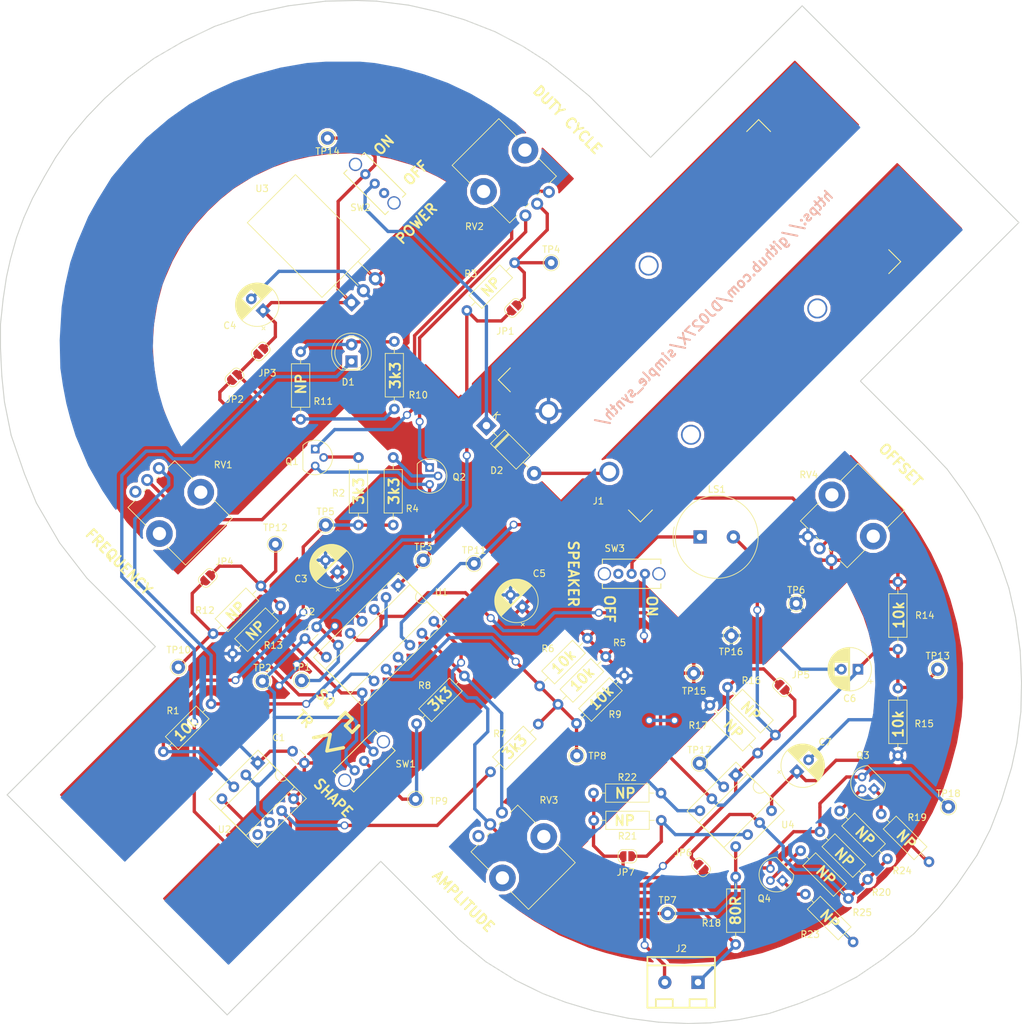
<source format=kicad_pcb>
(kicad_pcb (version 20171130) (host pcbnew 5.0.2-bee76a0~70~ubuntu18.04.1)
  (layers (0 F.Cu signal) (31 B.Cu signal) (34 B.Paste user) (35 F.Paste user) (36 B.SilkS user) (37 F.SilkS user) (38 B.Mask user) (39 F.Mask user) (44 Edge.Cuts user))
  (net 0 "")
  (net 1 GND)
  (net 2 +5V)
  (net 3 /MAIN_VFO/TRIANGLE)
  (net 4 "Net-(C2-Pad2)")
  (net 5 VDD_BAT)
  (net 6 HI_Z_REF)
  (net 7 /MAIN_VFO/DISCHARGE)
  (net 8 "Net-(D1-Pad2)")
  (net 9 "Net-(D2-Pad1)")
  (net 10 "Net-(D2-Pad2)")
  (net 11 /OUTPUT/OUTPUT)
  (net 12 /OUTPUT/LO_Z_REF)
  (net 13 "Net-(JP1-Pad2)")
  (net 14 "Net-(JP2-Pad2)")
  (net 15 "Net-(JP4-Pad1)")
  (net 16 "Net-(JP4-Pad2)")
  (net 17 "Net-(JP5-Pad1)")
  (net 18 "Net-(JP6-Pad1)")
  (net 19 "Net-(JP6-Pad2)")
  (net 20 "Net-(JP7-Pad1)")
  (net 21 "Net-(LS1-Pad1)")
  (net 22 "Net-(Q1-Pad2)")
  (net 23 "Net-(Q1-Pad3)")
  (net 24 "Net-(Q1-Pad1)")
  (net 25 "Net-(Q2-Pad2)")
  (net 26 "Net-(Q2-Pad1)")
  (net 27 "Net-(Q3-Pad1)")
  (net 28 "Net-(Q4-Pad1)")
  (net 29 "Net-(R1-Pad2)")
  (net 30 "Net-(R1-Pad1)")
  (net 31 "Net-(R5-Pad1)")
  (net 32 "Net-(R8-Pad1)")
  (net 33 "Net-(R8-Pad2)")
  (net 34 VFO_OUT)
  (net 35 "Net-(RV4-Pad2)")
  (net 36 "Net-(Q3-Pad2)")
  (net 37 "Net-(Q4-Pad2)")
  (net 38 "Net-(RV1-Pad1)")
  (net 39 "Net-(RV3-Pad1)")
  (net 40 "Net-(SW2-Pad3)")
  (net 41 "Net-(SW3-Pad3)")
  (net 42 "Net-(U2-Pad5)")
  (module custom:OS102011MS2QN1 (layer F.Cu) (at 114 42.25 315)
    (fp_text reference SW2 (at 1.025305 4.065864) (layer F.SilkS))
    (fp_text value SW_SPDT)
    (pad "" thru_hole circle (at 4.1 0 315) (size 2 2) (drill 1.6) (layers *.Cu *.Mask))
    (pad "" thru_hole circle (at -4.1 0 315) (size 2 2) (drill 1.6) (layers *.Cu *.Mask))
    (pad 1 thru_hole circle (at -2.000001 0 315) (size 1.524 1.524) (drill 0.762) (layers *.Cu *.Mask) (net 5 VDD_BAT))
    (pad 3 thru_hole circle (at 2.000001 0 315) (size 1.524 1.524) (drill 0.762) (layers *.Cu *.Mask) (net 40 "Net-(SW2-Pad3)"))
    (pad 2 thru_hole circle (at 0 0 315) (size 1.524 1.524) (drill 0.762) (layers *.Cu *.Mask) (net 9 "Net-(D2-Pad1)"))
  )
  (module Capacitor_THT:C_Disc_D3.0mm_W1.6mm_P2.50mm (layer F.Cu) (at 103.4 129.4 135)
    (fp_text reference C1 (at 5.409367 -0.035355 180) (layer F.SilkS))
    (fp_text value C)
    (pad 2 thru_hole circle (at 2.5 0 135) (size 1.6 1.6) (drill 0.8) (layers *.Cu *.Mask) (net 1 GND))
    (pad 1 thru_hole circle (at 0 0 135) (size 1.6 1.6) (drill 0.8) (layers *.Cu *.Mask) (net 2 +5V))
  )
  (module Capacitor_THT:C_Disc_D3.0mm_W1.6mm_P2.50mm (layer F.Cu) (at 103.5 110.7 45)
    (fp_text reference C2 (at 3.252691 -2.474874) (layer F.SilkS))
    (fp_text value C)
    (pad 1 thru_hole circle (at 0 0 45) (size 1.6 1.6) (drill 0.8) (layers *.Cu *.Mask) (net 3 /MAIN_VFO/TRIANGLE))
    (pad 2 thru_hole circle (at 2.5 0 45) (size 1.6 1.6) (drill 0.8) (layers *.Cu *.Mask) (net 4 "Net-(C2-Pad2)"))
  )
  (module Capacitor_THT:CP_Radial_D6.3mm_P2.50mm (layer F.Cu) (at 108.367767 100.667767 135)
    (fp_text reference C3 (at 3.136396 -4.596194 180) (layer F.SilkS))
    (fp_text value NP)
    (pad 1 thru_hole rect (at 0 0 135) (size 1.6 1.6) (drill 0.8) (layers *.Cu *.Mask) (net 2 +5V))
    (pad 2 thru_hole circle (at 2.5 0 135) (size 1.6 1.6) (drill 0.8) (layers *.Cu *.Mask) (net 1 GND))
  )
  (module Capacitor_THT:CP_Radial_D6.3mm_P2.50mm (layer F.Cu) (at 97.2 61.35 135)
    (fp_text reference C4 (at 1.944544 -5.126524 180) (layer F.SilkS))
    (fp_text value NP)
    (pad 2 thru_hole circle (at 2.5 0 135) (size 1.6 1.6) (drill 0.8) (layers *.Cu *.Mask) (net 1 GND))
    (pad 1 thru_hole rect (at 0 0 135) (size 1.6 1.6) (drill 0.8) (layers *.Cu *.Mask) (net 5 VDD_BAT))
  )
  (module Capacitor_THT:CP_Radial_D6.3mm_P2.50mm (layer F.Cu) (at 136.2 105.9 135)
    (fp_text reference C5 (at 1.732412 5.338656 180) (layer F.SilkS))
    (fp_text value NP)
    (pad 1 thru_hole rect (at 0 0 135) (size 1.6 1.6) (drill 0.8) (layers *.Cu *.Mask) (net 2 +5V))
    (pad 2 thru_hole circle (at 2.5 0 135) (size 1.6 1.6) (drill 0.8) (layers *.Cu *.Mask) (net 1 GND))
  )
  (module Capacitor_THT:CP_Radial_D6.3mm_P2.50mm (layer F.Cu) (at 186.7 115.3 180)
    (fp_text reference C6 (at 1.25 -4.4 180) (layer F.SilkS))
    (fp_text value NP)
    (pad 1 thru_hole rect (at 0 0 180) (size 1.6 1.6) (drill 0.8) (layers *.Cu *.Mask) (net 6 HI_Z_REF))
    (pad 2 thru_hole circle (at 2.5 0 180) (size 1.6 1.6) (drill 0.8) (layers *.Cu *.Mask) (net 1 GND))
  )
  (module Capacitor_THT:CP_Radial_D6.3mm_P2.50mm (layer F.Cu) (at 177.5 130.7 45)
    (fp_text reference C7 (at 6.151829 -0.141421 180) (layer F.SilkS))
    (fp_text value NP)
    (pad 2 thru_hole circle (at 2.5 0 45) (size 1.6 1.6) (drill 0.8) (layers *.Cu *.Mask) (net 1 GND))
    (pad 1 thru_hole rect (at 0 0 45) (size 1.6 1.6) (drill 0.8) (layers *.Cu *.Mask) (net 2 +5V))
  )
  (module LED_THT:LED_D5.0mm (layer F.Cu) (at 110.5 69 90)
    (fp_text reference D1 (at -3.1 -0.5 180) (layer F.SilkS))
    (fp_text value LED_ALT)
    (pad 1 thru_hole rect (at 0 0 90) (size 1.8 1.8) (drill 0.9) (layers *.Cu *.Mask) (net 7 /MAIN_VFO/DISCHARGE))
    (pad 2 thru_hole circle (at 2.54 0 90) (size 1.8 1.8) (drill 0.9) (layers *.Cu *.Mask) (net 8 "Net-(D1-Pad2)"))
  )
  (module Diode_THT:D_DO-41_SOD81_P10.16mm_Horizontal (layer F.Cu) (at 130.8 78.65 315)
    (fp_text reference D2 (at 5.868986 3.676955) (layer F.SilkS))
    (fp_text value D_Schottky_Small_ALT)
    (fp_text user K (at 0 -2.1 315) (layer F.SilkS))
    (pad 1 thru_hole rect (at 0 0 315) (size 2.2 2.2) (drill 1.1) (layers *.Cu *.Mask) (net 9 "Net-(D2-Pad1)"))
    (pad 2 thru_hole oval (at 10.16 0 315) (size 2.2 2.2) (drill 1.1) (layers *.Cu *.Mask) (net 10 "Net-(D2-Pad2)"))
  )
  (module custom:BC9VPC (layer F.Cu) (at 149.3 85.6 225)
    (fp_text reference J1 (at 4.277996 -1.944544 180) (layer F.SilkS))
    (fp_text value 9V_BAT_HOLDER)
    (pad 1 thru_hole circle (at 0 0 225) (size 3 3) (drill 2) (layers *.Cu *.Mask) (net 10 "Net-(D2-Pad2)"))
    (pad 2 thru_hole circle (at 0 12.95 225) (size 3 3) (drill 2) (layers *.Cu *.Mask) (net 1 GND))
    (pad "" np_thru_hole circle (at -12.62 -4.740001 225) (size 3 3) (drill 2.5) (layers *.Cu *.Mask))
    (pad "" np_thru_hole circle (at -39.49 -4.74 225) (size 3 3) (drill 2.5) (layers *.Cu *.Mask))
    (pad "" np_thru_hole circle (at -26.11 17.759999 225) (size 3 3) (drill 2.5) (layers *.Cu *.Mask))
  )
  (module custom:TERMINAL_BLOCK_1x2 (layer F.Cu) (at 160.1 162.4 180)
    (fp_text reference J2 (at 0 5.08 180) (layer F.SilkS))
    (fp_text value Screw_Terminal_01x02)
    (pad 1 thru_hole rect (at -2.54 0 180) (size 2 2) (drill 1) (layers *.Cu *.Mask) (net 11 /OUTPUT/OUTPUT))
    (pad 2 thru_hole circle (at 2.46 0 180) (size 2 2) (drill 1) (layers *.Cu *.Mask) (net 12 /OUTPUT/LO_Z_REF))
  )
  (module Jumper:SolderJumper-2_P1.3mm_Open_RoundedPad1.0x1.5mm (layer F.Cu) (at 134.95 60.95 45)
    (fp_text reference JP1 (at -3.394113 1.555635) (layer F.SilkS))
    (fp_text value SolderJumper_2_Bridged)
    (pad 2 smd custom (at 0.649999 0 45) (size 1 0.5) (layers F.Cu F.Mask) (net 13 "Net-(JP1-Pad2)") (options (clearance outline) (anchor rect)) (primitives (gr_circle (center 0 0.25) (end 0.5 0.25) (width 0)) (gr_circle (center 0 -0.25) (end 0.5 -0.25) (width 0)) (gr_poly (pts (xy 0 -0.75) (xy -0.5 -0.75) (xy -0.5 0.75) (xy 0 0.75)) (width 0))))
    (pad 1 smd custom (at -0.649999 0 45) (size 1 0.5) (layers F.Cu F.Mask) (net 4 "Net-(C2-Pad2)") (options (clearance outline) (anchor rect)) (primitives (gr_circle (center 0 0.25) (end 0.5 0.25) (width 0)) (gr_circle (center 0 -0.25) (end 0.5 -0.25) (width 0)) (gr_poly (pts (xy 0 -0.75) (xy 0.5 -0.75) (xy 0.5 0.75) (xy 0 0.75)) (width 0))))
  )
  (module Jumper:SolderJumper-2_P1.3mm_Open_RoundedPad1.0x1.5mm (layer F.Cu) (at 92.9 71.4 45)
    (fp_text reference JP2 (at -2.298097 2.368808) (layer F.SilkS))
    (fp_text value SolderJumper_2_Open)
    (pad 2 smd custom (at 0.649999 0 45) (size 1 0.5) (layers F.Cu F.Mask) (net 14 "Net-(JP2-Pad2)") (options (clearance outline) (anchor rect)) (primitives (gr_circle (center 0 0.25) (end 0.5 0.25) (width 0)) (gr_circle (center 0 -0.25) (end 0.5 -0.25) (width 0)) (gr_poly (pts (xy 0 -0.75) (xy -0.5 -0.75) (xy -0.5 0.75) (xy 0 0.75)) (width 0))))
    (pad 1 smd custom (at -0.649999 0 45) (size 1 0.5) (layers F.Cu F.Mask) (net 2 +5V) (options (clearance outline) (anchor rect)) (primitives (gr_circle (center 0 0.25) (end 0.5 0.25) (width 0)) (gr_circle (center 0 -0.25) (end 0.5 -0.25) (width 0)) (gr_poly (pts (xy 0 -0.75) (xy 0.5 -0.75) (xy 0.5 0.75) (xy 0 0.75)) (width 0))))
  )
  (module Jumper:SolderJumper-2_P1.3mm_Open_RoundedPad1.0x1.5mm (layer F.Cu) (at 96.85 67.5 45)
    (fp_text reference JP3 (at -1.59099 3.005204) (layer F.SilkS))
    (fp_text value SolderJumper_2_Bridged)
    (pad 2 smd custom (at 0.649999 0 45) (size 1 0.5) (layers F.Cu F.Mask) (net 5 VDD_BAT) (options (clearance outline) (anchor rect)) (primitives (gr_circle (center 0 0.25) (end 0.5 0.25) (width 0)) (gr_circle (center 0 -0.25) (end 0.5 -0.25) (width 0)) (gr_poly (pts (xy 0 -0.75) (xy -0.5 -0.75) (xy -0.5 0.75) (xy 0 0.75)) (width 0))))
    (pad 1 smd custom (at -0.649999 0 45) (size 1 0.5) (layers F.Cu F.Mask) (net 14 "Net-(JP2-Pad2)") (options (clearance outline) (anchor rect)) (primitives (gr_circle (center 0 0.25) (end 0.5 0.25) (width 0)) (gr_circle (center 0 -0.25) (end 0.5 -0.25) (width 0)) (gr_poly (pts (xy 0 -0.75) (xy 0.5 -0.75) (xy 0.5 0.75) (xy 0 0.75)) (width 0))))
  )
  (module Jumper:SolderJumper-2_P1.3mm_Open_RoundedPad1.0x1.5mm (layer F.Cu) (at 88.877312 101.568272 45)
    (fp_text reference JP4 (at 3.529142 0.038478) (layer F.SilkS))
    (fp_text value SolderJumper_2_Bridged)
    (pad 1 smd custom (at -0.649999 0 45) (size 1 0.5) (layers F.Cu F.Mask) (net 15 "Net-(JP4-Pad1)") (options (clearance outline) (anchor rect)) (primitives (gr_circle (center 0 0.25) (end 0.5 0.25) (width 0)) (gr_circle (center 0 -0.25) (end 0.5 -0.25) (width 0)) (gr_poly (pts (xy 0 -0.75) (xy 0.5 -0.75) (xy 0.5 0.75) (xy 0 0.75)) (width 0))))
    (pad 2 smd custom (at 0.649999 0 45) (size 1 0.5) (layers F.Cu F.Mask) (net 16 "Net-(JP4-Pad2)") (options (clearance outline) (anchor rect)) (primitives (gr_circle (center 0 0.25) (end 0.5 0.25) (width 0)) (gr_circle (center 0 -0.25) (end 0.5 -0.25) (width 0)) (gr_poly (pts (xy 0 -0.75) (xy -0.5 -0.75) (xy -0.5 0.75) (xy 0 0.75)) (width 0))))
  )
  (module Jumper:SolderJumper-2_P1.3mm_Open_RoundedPad1.0x1.5mm (layer F.Cu) (at 175.281118 118.02132 315)
    (fp_text reference JP5 (at 0.670028 -3.316474) (layer F.SilkS))
    (fp_text value SolderJumper_2_Bridged)
    (pad 1 smd custom (at -0.649999 0 315) (size 1 0.5) (layers F.Cu F.Mask) (net 17 "Net-(JP5-Pad1)") (options (clearance outline) (anchor rect)) (primitives (gr_circle (center 0 0.25) (end 0.5 0.25) (width 0)) (gr_circle (center 0 -0.25) (end 0.5 -0.25) (width 0)) (gr_poly (pts (xy 0 -0.75) (xy 0.5 -0.75) (xy 0.5 0.75) (xy 0 0.75)) (width 0))))
    (pad 2 smd custom (at 0.649999 0 315) (size 1 0.5) (layers F.Cu F.Mask) (net 12 /OUTPUT/LO_Z_REF) (options (clearance outline) (anchor rect)) (primitives (gr_circle (center 0 0.25) (end 0.5 0.25) (width 0)) (gr_circle (center 0 -0.25) (end 0.5 -0.25) (width 0)) (gr_poly (pts (xy 0 -0.75) (xy -0.5 -0.75) (xy -0.5 0.75) (xy 0 0.75)) (width 0))))
  )
  (module Jumper:SolderJumper-2_P1.3mm_Open_RoundedPad1.0x1.5mm (layer F.Cu) (at 163.1 145.1 315)
    (fp_text reference JP6 (at -3.464823 0.353553) (layer F.SilkS))
    (fp_text value SolderJumper_2_Bridged)
    (pad 1 smd custom (at -0.649999 0 315) (size 1 0.5) (layers F.Cu F.Mask) (net 18 "Net-(JP6-Pad1)") (options (clearance outline) (anchor rect)) (primitives (gr_circle (center 0 0.25) (end 0.5 0.25) (width 0)) (gr_circle (center 0 -0.25) (end 0.5 -0.25) (width 0)) (gr_poly (pts (xy 0 -0.75) (xy 0.5 -0.75) (xy 0.5 0.75) (xy 0 0.75)) (width 0))))
    (pad 2 smd custom (at 0.649999 0 315) (size 1 0.5) (layers F.Cu F.Mask) (net 19 "Net-(JP6-Pad2)") (options (clearance outline) (anchor rect)) (primitives (gr_circle (center 0 0.25) (end 0.5 0.25) (width 0)) (gr_circle (center 0 -0.25) (end 0.5 -0.25) (width 0)) (gr_poly (pts (xy 0 -0.75) (xy -0.5 -0.75) (xy -0.5 0.75) (xy 0 0.75)) (width 0))))
  )
  (module Jumper:SolderJumper-2_P1.3mm_Open_RoundedPad1.0x1.5mm (layer F.Cu) (at 152.009601 143.433581 180)
    (fp_text reference JP7 (at 0.259601 -2.416419 180) (layer F.SilkS))
    (fp_text value SolderJumper_2_Bridged)
    (pad 1 smd custom (at -0.65 0 180) (size 1 0.5) (layers F.Cu F.Mask) (net 20 "Net-(JP7-Pad1)") (options (clearance outline) (anchor rect)) (primitives (gr_circle (center 0 0.25) (end 0.5 0.25) (width 0)) (gr_circle (center 0 -0.25) (end 0.5 -0.25) (width 0)) (gr_poly (pts (xy 0 -0.75) (xy 0.5 -0.75) (xy 0.5 0.75) (xy 0 0.75)) (width 0))))
    (pad 2 smd custom (at 0.65 0 180) (size 1 0.5) (layers F.Cu F.Mask) (net 19 "Net-(JP6-Pad2)") (options (clearance outline) (anchor rect)) (primitives (gr_circle (center 0 0.25) (end 0.5 0.25) (width 0)) (gr_circle (center 0 -0.25) (end 0.5 -0.25) (width 0)) (gr_poly (pts (xy 0 -0.75) (xy -0.5 -0.75) (xy -0.5 0.75) (xy 0 0.75)) (width 0))))
  )
  (module Buzzer_Beeper:Buzzer_TDK_PS1240P02BT_D12.2mm_H6.5mm (layer F.Cu) (at 162.95 95.4)
    (fp_text reference LS1 (at 2.5 -7.17) (layer F.SilkS))
    (fp_text value Speaker)
    (pad 1 thru_hole rect (at 0 0) (size 2 2) (drill 1) (layers *.Cu *.Mask) (net 21 "Net-(LS1-Pad1)"))
    (pad 2 thru_hole circle (at 5 0) (size 2 2) (drill 1) (layers *.Cu *.Mask) (net 12 /OUTPUT/LO_Z_REF))
  )
  (module Package_TO_SOT_THT:TO-92 (layer F.Cu) (at 105.044008 82.175588 270)
    (fp_text reference Q1 (at 1.874412 3.494008) (layer F.SilkS))
    (fp_text value Q_NMOS_SGD)
    (pad 2 thru_hole circle (at 1.27 -1.27) (size 1.3 1.3) (drill 0.75) (layers *.Cu *.Mask) (net 22 "Net-(Q1-Pad2)"))
    (pad 3 thru_hole circle (at 2.54 0) (size 1.3 1.3) (drill 0.75) (layers *.Cu *.Mask) (net 23 "Net-(Q1-Pad3)"))
    (pad 1 thru_hole rect (at 0 0) (size 1.3 1.3) (drill 0.75) (layers *.Cu *.Mask) (net 24 "Net-(Q1-Pad1)"))
  )
  (module Package_TO_SOT_THT:TO-92 (layer F.Cu) (at 122.25 84.95 270)
    (fp_text reference Q2 (at 1.45 -4.45) (layer F.SilkS))
    (fp_text value Q_PMOS_SGD)
    (pad 2 thru_hole circle (at 1.27 -1.27) (size 1.3 1.3) (drill 0.75) (layers *.Cu *.Mask) (net 25 "Net-(Q2-Pad2)"))
    (pad 3 thru_hole circle (at 2.54 0) (size 1.3 1.3) (drill 0.75) (layers *.Cu *.Mask) (net 23 "Net-(Q1-Pad3)"))
    (pad 1 thru_hole rect (at 0 0) (size 1.3 1.3) (drill 0.75) (layers *.Cu *.Mask) (net 26 "Net-(Q2-Pad1)"))
  )
  (module Package_TO_SOT_THT:TO-92 (layer F.Cu) (at 189.105382 133.307403 135)
    (fp_text reference Q3 (at 4.746656 2.405592 180) (layer F.SilkS))
    (fp_text value Q_NPN_CBE)
    (pad 1 thru_hole rect (at 0 0 225) (size 1.3 1.3) (drill 0.75) (layers *.Cu *.Mask) (net 27 "Net-(Q3-Pad1)"))
    (pad 3 thru_hole circle (at 2.54 0 225) (size 1.3 1.3) (drill 0.75) (layers *.Cu *.Mask) (net 19 "Net-(JP6-Pad2)"))
    (pad 2 thru_hole circle (at 1.27 -1.27 225) (size 1.3 1.3) (drill 0.75) (layers *.Cu *.Mask) (net 36 "Net-(Q3-Pad2)"))
  )
  (module Package_TO_SOT_THT:TO-92 (layer F.Cu) (at 175.3168 147.095985 135)
    (fp_text reference Q4 (at 0.00904 -3.833095 180) (layer F.SilkS))
    (fp_text value Q_PNP_CBE)
    (pad 1 thru_hole rect (at 0 0 225) (size 1.3 1.3) (drill 0.75) (layers *.Cu *.Mask) (net 28 "Net-(Q4-Pad1)"))
    (pad 3 thru_hole circle (at 2.54 0 225) (size 1.3 1.3) (drill 0.75) (layers *.Cu *.Mask) (net 19 "Net-(JP6-Pad2)"))
    (pad 2 thru_hole circle (at 1.27 -1.27 225) (size 1.3 1.3) (drill 0.75) (layers *.Cu *.Mask) (net 37 "Net-(Q4-Pad2)"))
  )
  (module Resistor_THT:R_Axial_DIN0207_L6.3mm_D2.5mm_P10.16mm_Horizontal (layer F.Cu) (at 82.2 127.7 45)
    (fp_text reference R1 (at 5.374012 -3.323402) (layer F.SilkS))
    (fp_text value 10k)
    (pad 2 thru_hole oval (at 10.16 0 45) (size 1.6 1.6) (drill 0.8) (layers *.Cu *.Mask) (net 29 "Net-(R1-Pad2)"))
    (pad 1 thru_hole circle (at 0 0 45) (size 1.6 1.6) (drill 0.8) (layers *.Cu *.Mask) (net 30 "Net-(R1-Pad1)"))
  )
  (module Resistor_THT:R_Axial_DIN0207_L6.3mm_D2.5mm_P10.16mm_Horizontal (layer F.Cu) (at 111.54939 83.44838 270)
    (fp_text reference R2 (at 5.35162 2.99939) (layer F.SilkS))
    (fp_text value 3k3)
    (pad 1 thru_hole circle (at 0 0 270) (size 1.6 1.6) (drill 0.8) (layers *.Cu *.Mask) (net 22 "Net-(Q1-Pad2)"))
    (pad 2 thru_hole oval (at 10.16 0 270) (size 1.6 1.6) (drill 0.8) (layers *.Cu *.Mask) (net 30 "Net-(R1-Pad1)"))
  )
  (module Resistor_THT:R_Axial_DIN0207_L6.3mm_D2.5mm_P10.16mm_Horizontal (layer F.Cu) (at 135.04325 54.152587 225)
    (fp_text reference R3 (at 5.827029 3.497235 180) (layer F.SilkS))
    (fp_text value NP_100)
    (pad 1 thru_hole circle (at 0 0 225) (size 1.6 1.6) (drill 0.8) (layers *.Cu *.Mask) (net 13 "Net-(JP1-Pad2)"))
    (pad 2 thru_hole oval (at 10.16 0 225) (size 1.6 1.6) (drill 0.8) (layers *.Cu *.Mask) (net 4 "Net-(C2-Pad2)"))
  )
  (module Resistor_THT:R_Axial_DIN0207_L6.3mm_D2.5mm_P10.16mm_Horizontal (layer F.Cu) (at 116.781981 83.44838 270)
    (fp_text reference R4 (at 7.70162 -2.868019) (layer F.SilkS))
    (fp_text value 3k3)
    (pad 1 thru_hole circle (at 0 0 270) (size 1.6 1.6) (drill 0.8) (layers *.Cu *.Mask) (net 25 "Net-(Q2-Pad2)"))
    (pad 2 thru_hole oval (at 10.16 0 270) (size 1.6 1.6) (drill 0.8) (layers *.Cu *.Mask) (net 30 "Net-(R1-Pad1)"))
  )
  (module Resistor_THT:R_Axial_DIN0207_L6.3mm_D2.5mm_P10.16mm_Horizontal (layer F.Cu) (at 141.568838 120.581623 45)
    (fp_text reference R5 (at 13.1 0 180) (layer F.SilkS))
    (fp_text value 10k)
    (pad 2 thru_hole oval (at 10.16 0 45) (size 1.6 1.6) (drill 0.8) (layers *.Cu *.Mask) (net 2 +5V))
    (pad 1 thru_hole circle (at 0 0 45) (size 1.6 1.6) (drill 0.8) (layers *.Cu *.Mask) (net 31 "Net-(R5-Pad1)"))
  )
  (module Resistor_THT:R_Axial_DIN0207_L6.3mm_D2.5mm_P10.16mm_Horizontal (layer F.Cu) (at 138.811122 117.823907 45)
    (fp_text reference R6 (at 4.852722 -3.100684) (layer F.SilkS))
    (fp_text value 10k)
    (pad 1 thru_hole circle (at 0 0 45) (size 1.6 1.6) (drill 0.8) (layers *.Cu *.Mask) (net 31 "Net-(R5-Pad1)"))
    (pad 2 thru_hole oval (at 10.16 0 45) (size 1.6 1.6) (drill 0.8) (layers *.Cu *.Mask) (net 2 +5V))
  )
  (module Resistor_THT:R_Axial_DIN0207_L6.3mm_D2.5mm_P10.16mm_Horizontal (layer F.Cu) (at 138.59899 123.551472 225)
    (fp_text reference R7 (at 5.124769 3.076241) (layer F.SilkS))
    (fp_text value 3k3)
    (pad 1 thru_hole circle (at 0 0 225) (size 1.6 1.6) (drill 0.8) (layers *.Cu *.Mask) (net 31 "Net-(R5-Pad1)"))
    (pad 2 thru_hole oval (at 10.16 0 225) (size 1.6 1.6) (drill 0.8) (layers *.Cu *.Mask) (net 7 /MAIN_VFO/DISCHARGE))
  )
  (module Resistor_THT:R_Axial_DIN0207_L6.3mm_D2.5mm_P10.16mm_Horizontal (layer F.Cu) (at 120.3 123.5 45)
    (fp_text reference R8 (at 4.914392 -3.217336 180) (layer F.SilkS))
    (fp_text value 3k3)
    (pad 1 thru_hole circle (at 0 0 45) (size 1.6 1.6) (drill 0.8) (layers *.Cu *.Mask) (net 32 "Net-(R8-Pad1)"))
    (pad 2 thru_hole oval (at 10.16 0 45) (size 1.6 1.6) (drill 0.8) (layers *.Cu *.Mask) (net 33 "Net-(R8-Pad2)"))
  )
  (module Resistor_THT:R_Axial_DIN0207_L6.3mm_D2.5mm_P10.16mm_Horizontal (layer F.Cu) (at 151.539044 116.268272 225)
    (fp_text reference R9 (at 5.105857 -3.141452) (layer F.SilkS))
    (fp_text value 10k)
    (pad 2 thru_hole oval (at 10.16 0 225) (size 1.6 1.6) (drill 0.8) (layers *.Cu *.Mask) (net 31 "Net-(R5-Pad1)"))
    (pad 1 thru_hole circle (at 0 0 225) (size 1.6 1.6) (drill 0.8) (layers *.Cu *.Mask) (net 1 GND))
  )
  (module Resistor_THT:R_Axial_DIN0207_L6.3mm_D2.5mm_P10.16mm_Horizontal (layer F.Cu) (at 116.95 76.15 90)
    (fp_text reference R10 (at 2.1 3.6 180) (layer F.SilkS))
    (fp_text value 3k3)
    (pad 2 thru_hole oval (at 10.16 0 90) (size 1.6 1.6) (drill 0.8) (layers *.Cu *.Mask) (net 8 "Net-(D1-Pad2)"))
    (pad 1 thru_hole circle (at 0 0 90) (size 1.6 1.6) (drill 0.8) (layers *.Cu *.Mask) (net 14 "Net-(JP2-Pad2)"))
  )
  (module Resistor_THT:R_Axial_DIN0207_L6.3mm_D2.5mm_P10.16mm_Horizontal (layer F.Cu) (at 102.85 77.7 90)
    (fp_text reference R11 (at 2.7 3.4) (layer F.SilkS))
    (fp_text value NP)
    (pad 1 thru_hole circle (at 0 0 90) (size 1.6 1.6) (drill 0.8) (layers *.Cu *.Mask) (net 14 "Net-(JP2-Pad2)"))
    (pad 2 thru_hole oval (at 10.16 0 90) (size 1.6 1.6) (drill 0.8) (layers *.Cu *.Mask) (net 8 "Net-(D1-Pad2)"))
  )
  (module Resistor_THT:R_Axial_DIN0207_L6.3mm_D2.5mm_P10.16mm_Horizontal (layer F.Cu) (at 96.867619 102.770355 225)
    (fp_text reference R12 (at 8.554057 3.350254 180) (layer F.SilkS))
    (fp_text value NP_10k)
    (pad 2 thru_hole oval (at 10.16 0 225) (size 1.6 1.6) (drill 0.8) (layers *.Cu *.Mask) (net 15 "Net-(JP4-Pad1)"))
    (pad 1 thru_hole circle (at 0 0 225) (size 1.6 1.6) (drill 0.8) (layers *.Cu *.Mask) (net 16 "Net-(JP4-Pad2)"))
  )
  (module Resistor_THT:R_Axial_DIN0207_L6.3mm_D2.5mm_P10.16mm_Horizontal (layer F.Cu) (at 92.624978 112.952691 45)
    (fp_text reference R13 (at 5.216831 3.445258) (layer F.SilkS))
    (fp_text value NP_10k)
    (pad 2 thru_hole oval (at 10.16 0 45) (size 1.6 1.6) (drill 0.8) (layers *.Cu *.Mask) (net 16 "Net-(JP4-Pad2)"))
    (pad 1 thru_hole circle (at 0 0 45) (size 1.6 1.6) (drill 0.8) (layers *.Cu *.Mask) (net 1 GND))
  )
  (module Resistor_THT:R_Axial_DIN0207_L6.3mm_D2.5mm_P10.16mm_Horizontal (layer F.Cu) (at 192.7 112.3 90)
    (fp_text reference R14 (at 5.1 4.05 180) (layer F.SilkS))
    (fp_text value 10k)
    (pad 2 thru_hole oval (at 10.16 0 90) (size 1.6 1.6) (drill 0.8) (layers *.Cu *.Mask) (net 2 +5V))
    (pad 1 thru_hole circle (at 0 0 90) (size 1.6 1.6) (drill 0.8) (layers *.Cu *.Mask) (net 6 HI_Z_REF))
  )
  (module Resistor_THT:R_Axial_DIN0207_L6.3mm_D2.5mm_P10.16mm_Horizontal (layer F.Cu) (at 192.7 128.3 90)
    (fp_text reference R15 (at 4.8 3.95 180) (layer F.SilkS))
    (fp_text value 10k)
    (pad 1 thru_hole circle (at 0 0 90) (size 1.6 1.6) (drill 0.8) (layers *.Cu *.Mask) (net 1 GND))
    (pad 2 thru_hole oval (at 10.16 0 90) (size 1.6 1.6) (drill 0.8) (layers *.Cu *.Mask) (net 6 HI_Z_REF))
  )
  (module Resistor_THT:R_Axial_DIN0207_L6.3mm_D2.5mm_P10.16mm_Horizontal (layer F.Cu) (at 167.07868 118.02132 315)
    (fp_text reference R16 (at 1.803122 -3.247487) (layer F.SilkS))
    (fp_text value NP_10k)
    (pad 2 thru_hole oval (at 10.16 0 315) (size 1.6 1.6) (drill 0.8) (layers *.Cu *.Mask) (net 12 /OUTPUT/LO_Z_REF))
    (pad 1 thru_hole circle (at 0 0 315) (size 1.6 1.6) (drill 0.8) (layers *.Cu *.Mask) (net 17 "Net-(JP5-Pad1)"))
  )
  (module Resistor_THT:R_Axial_DIN0207_L6.3mm_D2.5mm_P10.16mm_Horizontal (layer F.Cu) (at 171.604163 127.920815 135)
    (fp_text reference R17 (at 9.280761 -3.382338 180) (layer F.SilkS))
    (fp_text value NP_10k)
    (pad 1 thru_hole circle (at 0 0 135) (size 1.6 1.6) (drill 0.8) (layers *.Cu *.Mask) (net 12 /OUTPUT/LO_Z_REF))
    (pad 2 thru_hole oval (at 10.16 0 135) (size 1.6 1.6) (drill 0.8) (layers *.Cu *.Mask) (net 1 GND))
  )
  (module Resistor_THT:R_Axial_DIN0207_L6.3mm_D2.5mm_P10.16mm_Horizontal (layer F.Cu) (at 168.3 156.7 90)
    (fp_text reference R18 (at 3.2 -3.65 180) (layer F.SilkS))
    (fp_text value 80)
    (pad 1 thru_hole circle (at 0 0 90) (size 1.6 1.6) (drill 0.8) (layers *.Cu *.Mask) (net 11 /OUTPUT/OUTPUT))
    (pad 2 thru_hole oval (at 10.16 0 90) (size 1.6 1.6) (drill 0.8) (layers *.Cu *.Mask) (net 34 VFO_OUT))
  )
  (module Resistor_THT:R_Axial_DIN0207_L6.3mm_D2.5mm_P10.16mm_Horizontal (layer F.Cu) (at 197.378532 144.267559 135)
    (fp_text reference R19 (at 5.972288 3.457064 180) (layer F.SilkS))
    (fp_text value NP_10k)
    (pad 2 thru_hole oval (at 10.16 0 135) (size 1.6 1.6) (drill 0.8) (layers *.Cu *.Mask) (net 27 "Net-(Q3-Pad1)"))
    (pad 1 thru_hole circle (at 0 0 135) (size 1.6 1.6) (drill 0.8) (layers *.Cu *.Mask) (net 2 +5V))
  )
  (module Resistor_THT:R_Axial_DIN0207_L6.3mm_D2.5mm_P10.16mm_Horizontal (layer F.Cu) (at 180.973654 139.742074 315)
    (fp_text reference R20 (at 13 -0.1) (layer F.SilkS))
    (fp_text value NP_10k)
    (pad 1 thru_hole circle (at 0 0 315) (size 1.6 1.6) (drill 0.8) (layers *.Cu *.Mask) (net 19 "Net-(JP6-Pad2)"))
    (pad 2 thru_hole oval (at 10.16 0 315) (size 1.6 1.6) (drill 0.8) (layers *.Cu *.Mask) (net 18 "Net-(JP6-Pad1)"))
  )
  (module Resistor_THT:R_Axial_DIN0207_L6.3mm_D2.5mm_P10.16mm_Horizontal (layer F.Cu) (at 157.109602 138.03358 180)
    (fp_text reference R21 (at 5.08 -2.37 180) (layer F.SilkS))
    (fp_text value NP_10k)
    (pad 2 thru_hole oval (at 10.16 0 180) (size 1.6 1.6) (drill 0.8) (layers *.Cu *.Mask) (net 19 "Net-(JP6-Pad2)"))
    (pad 1 thru_hole circle (at 0 0 180) (size 1.6 1.6) (drill 0.8) (layers *.Cu *.Mask) (net 20 "Net-(JP7-Pad1)"))
  )
  (module Resistor_THT:R_Axial_DIN0207_L6.3mm_D2.5mm_P10.16mm_Horizontal (layer F.Cu) (at 146.909602 133.933581)
    (fp_text reference R22 (at 5.08 -2.37) (layer F.SilkS))
    (fp_text value NP_10k)
    (pad 2 thru_hole oval (at 10.16 0) (size 1.6 1.6) (drill 0.8) (layers *.Cu *.Mask) (net 1 GND))
    (pad 1 thru_hole circle (at 0 0) (size 1.6 1.6) (drill 0.8) (layers *.Cu *.Mask) (net 19 "Net-(JP6-Pad2)"))
  )
  (module Resistor_THT:R_Axial_DIN0207_L6.3mm_D2.5mm_P10.16mm_Horizontal (layer F.Cu) (at 178.781623 149.146595 315)
    (fp_text reference R23 (at 4.788373 3.772434) (layer F.SilkS))
    (fp_text value NP_10k)
    (pad 1 thru_hole circle (at 0 0 315) (size 1.6 1.6) (drill 0.8) (layers *.Cu *.Mask) (net 28 "Net-(Q4-Pad1)"))
    (pad 2 thru_hole oval (at 10.16 0 315) (size 1.6 1.6) (drill 0.8) (layers *.Cu *.Mask) (net 1 GND))
  )
  (module Potentiometer_THT:Potentiometer_Bourns_PTV09A-1_Single_Vertical (layer F.Cu) (at 78 88.6 315)
    (fp_text reference RV1 (at 6.470027 -12.197592) (layer F.SilkS))
    (fp_text value 10k)
    (pad "" np_thru_hole circle (at 7 1.899999 315) (size 4 4) (drill 2) (layers *.Cu *.Mask))
    (pad "" np_thru_hole circle (at 7 -6.9 315) (size 4 4) (drill 2) (layers *.Cu *.Mask))
    (pad 1 thru_hole circle (at 0 0 315) (size 1.8 1.8) (drill 1) (layers *.Cu *.Mask) (net 38 "Net-(RV1-Pad1)"))
    (pad 2 thru_hole circle (at 0 -2.5 315) (size 1.8 1.8) (drill 1) (layers *.Cu *.Mask) (net 23 "Net-(Q1-Pad3)"))
    (pad 3 thru_hole circle (at 0 -5 315) (size 1.8 1.8) (drill 1) (layers *.Cu *.Mask) (net 29 "Net-(R1-Pad2)"))
  )
  (module Potentiometer_THT:Potentiometer_Bourns_PTV09A-1_Single_Vertical (layer F.Cu) (at 140.2 43.5 135)
    (fp_text reference RV2 (at 4.242641 -11.596551 180) (layer F.SilkS))
    (fp_text value 10k)
    (pad 3 thru_hole circle (at 0 -5 135) (size 1.8 1.8) (drill 1) (layers *.Cu *.Mask) (net 26 "Net-(Q2-Pad1)"))
    (pad 2 thru_hole circle (at 0 -2.5 135) (size 1.8 1.8) (drill 1) (layers *.Cu *.Mask) (net 13 "Net-(JP1-Pad2)"))
    (pad 1 thru_hole circle (at 0 0 135) (size 1.8 1.8) (drill 1) (layers *.Cu *.Mask) (net 24 "Net-(Q1-Pad1)"))
    (pad "" np_thru_hole circle (at 7 -6.9 135) (size 4 4) (drill 2) (layers *.Cu *.Mask))
    (pad "" np_thru_hole circle (at 7 1.899999 135) (size 4 4) (drill 2) (layers *.Cu *.Mask))
  )
  (module Potentiometer_THT:Potentiometer_Bourns_PTV09A-1_Single_Vertical (layer F.Cu) (at 129.6 140.4 315)
    (fp_text reference RV3 (at 3.676955 -11.313708) (layer F.SilkS))
    (fp_text value 10k)
    (pad "" np_thru_hole circle (at 7 1.899999 315) (size 4 4) (drill 2) (layers *.Cu *.Mask))
    (pad "" np_thru_hole circle (at 7 -6.9 315) (size 4 4) (drill 2) (layers *.Cu *.Mask))
    (pad 1 thru_hole circle (at 0 0 315) (size 1.8 1.8) (drill 1) (layers *.Cu *.Mask) (net 39 "Net-(RV3-Pad1)"))
    (pad 2 thru_hole circle (at 0 -2.5 315) (size 1.8 1.8) (drill 1) (layers *.Cu *.Mask) (net 34 VFO_OUT))
    (pad 3 thru_hole circle (at 0 -5 315) (size 1.8 1.8) (drill 1) (layers *.Cu *.Mask) (net 33 "Net-(R8-Pad2)"))
  )
  (module Potentiometer_THT:Potentiometer_Bourns_PTV09A-1_Single_Vertical (layer F.Cu) (at 182.7 98.9 45)
    (fp_text reference RV4 (at 6.682159 -11.490485) (layer F.SilkS))
    (fp_text value 10k)
    (pad 3 thru_hole circle (at 0 -5 45) (size 1.8 1.8) (drill 1) (layers *.Cu *.Mask) (net 1 GND))
    (pad 2 thru_hole circle (at 0 -2.5 45) (size 1.8 1.8) (drill 1) (layers *.Cu *.Mask) (net 35 "Net-(RV4-Pad2)"))
    (pad 1 thru_hole circle (at 0 0 45) (size 1.8 1.8) (drill 1) (layers *.Cu *.Mask) (net 2 +5V))
    (pad "" np_thru_hole circle (at 7 -6.9 45) (size 4 4) (drill 2) (layers *.Cu *.Mask))
    (pad "" np_thru_hole circle (at 7 1.899999 45) (size 4 4) (drill 2) (layers *.Cu *.Mask))
  )
  (module custom:OS102011MS2QN1 (layer F.Cu) (at 112.4 129.1 45)
    (fp_text reference SW1 (at 4.101219 4.737615) (layer F.SilkS))
    (fp_text value SW_SPDT)
    (pad 2 thru_hole circle (at 0 0 45) (size 1.524 1.524) (drill 0.762) (layers *.Cu *.Mask) (net 32 "Net-(R8-Pad1)"))
    (pad 3 thru_hole circle (at 2.000001 0 45) (size 1.524 1.524) (drill 0.762) (layers *.Cu *.Mask) (net 16 "Net-(JP4-Pad2)"))
    (pad 1 thru_hole circle (at -2.000001 0 45) (size 1.524 1.524) (drill 0.762) (layers *.Cu *.Mask) (net 3 /MAIN_VFO/TRIANGLE))
    (pad "" thru_hole circle (at -4.1 0 45) (size 2 2) (drill 1.6) (layers *.Cu *.Mask))
    (pad "" thru_hole circle (at 4.1 0 45) (size 2 2) (drill 1.6) (layers *.Cu *.Mask))
  )
  (module custom:OS102011MS2QN1 (layer F.Cu) (at 152.645227 100.946447 180)
    (fp_text reference SW3 (at 2.545584 3.818377 180) (layer F.SilkS))
    (fp_text value SW_SPDT)
    (pad 2 thru_hole circle (at 0 0 180) (size 1.524 1.524) (drill 0.762) (layers *.Cu *.Mask) (net 21 "Net-(LS1-Pad1)"))
    (pad 3 thru_hole circle (at 2.000001 0 180) (size 1.524 1.524) (drill 0.762) (layers *.Cu *.Mask) (net 41 "Net-(SW3-Pad3)"))
    (pad 1 thru_hole circle (at -2.000001 0 180) (size 1.524 1.524) (drill 0.762) (layers *.Cu *.Mask) (net 11 /OUTPUT/OUTPUT))
    (pad "" thru_hole circle (at -4.1 0 180) (size 2 2) (drill 1.6) (layers *.Cu *.Mask))
    (pad "" thru_hole circle (at 4.1 0 180) (size 2 2) (drill 1.6) (layers *.Cu *.Mask))
  )
  (module Package_DIP:DIP-14_W7.62mm_Socket (layer F.Cu) (at 117.5 102.7 315)
    (fp_text reference U1 (at 5.338656 -3.924443) (layer F.SilkS))
    (fp_text value MCP6004)
    (pad 1 thru_hole rect (at 0 0 315) (size 1.6 1.6) (drill 0.8) (layers *.Cu *.Mask) (net 23 "Net-(Q1-Pad3)"))
    (pad 8 thru_hole oval (at 7.62 15.24 315) (size 1.6 1.6) (drill 0.8) (layers *.Cu *.Mask) (net 16 "Net-(JP4-Pad2)"))
    (pad 2 thru_hole oval (at 0 2.54 315) (size 1.6 1.6) (drill 0.8) (layers *.Cu *.Mask) (net 29 "Net-(R1-Pad2)"))
    (pad 9 thru_hole oval (at 7.62 12.7 315) (size 1.6 1.6) (drill 0.8) (layers *.Cu *.Mask) (net 15 "Net-(JP4-Pad1)"))
    (pad 3 thru_hole oval (at 0 5.079999 315) (size 1.6 1.6) (drill 0.8) (layers *.Cu *.Mask) (net 6 HI_Z_REF))
    (pad 10 thru_hole oval (at 7.62 10.16 315) (size 1.6 1.6) (drill 0.8) (layers *.Cu *.Mask) (net 31 "Net-(R5-Pad1)"))
    (pad 4 thru_hole oval (at 0 7.62 315) (size 1.6 1.6) (drill 0.8) (layers *.Cu *.Mask) (net 2 +5V))
    (pad 11 thru_hole oval (at 7.62 7.62 315) (size 1.6 1.6) (drill 0.8) (layers *.Cu *.Mask) (net 1 GND))
    (pad 5 thru_hole oval (at 0 10.16 315) (size 1.6 1.6) (drill 0.8) (layers *.Cu *.Mask) (net 6 HI_Z_REF))
    (pad 12 thru_hole oval (at 7.62 5.08 315) (size 1.6 1.6) (drill 0.8) (layers *.Cu *.Mask) (net 35 "Net-(RV4-Pad2)"))
    (pad 6 thru_hole oval (at 0 12.7 315) (size 1.6 1.6) (drill 0.8) (layers *.Cu *.Mask) (net 4 "Net-(C2-Pad2)"))
    (pad 13 thru_hole oval (at 7.62 2.54 315) (size 1.6 1.6) (drill 0.8) (layers *.Cu *.Mask) (net 33 "Net-(R8-Pad2)"))
    (pad 7 thru_hole oval (at 0 15.24 315) (size 1.6 1.6) (drill 0.8) (layers *.Cu *.Mask) (net 3 /MAIN_VFO/TRIANGLE))
    (pad 14 thru_hole oval (at 7.62 0 315) (size 1.6 1.6) (drill 0.8) (layers *.Cu *.Mask) (net 34 VFO_OUT))
  )
  (module Package_DIP:DIP-8_W7.62mm_Socket (layer F.Cu) (at 96.4 129.4 315)
    (fp_text reference U2 (at 3.535534 10.606602) (layer F.SilkS))
    (fp_text value SE555P)
    (pad 1 thru_hole rect (at 0 0 315) (size 1.6 1.6) (drill 0.8) (layers *.Cu *.Mask) (net 1 GND))
    (pad 5 thru_hole oval (at 7.62 7.62 315) (size 1.6 1.6) (drill 0.8) (layers *.Cu *.Mask) (net 42 "Net-(U2-Pad5)"))
    (pad 2 thru_hole oval (at 0 2.54 315) (size 1.6 1.6) (drill 0.8) (layers *.Cu *.Mask) (net 3 /MAIN_VFO/TRIANGLE))
    (pad 6 thru_hole oval (at 7.62 5.08 315) (size 1.6 1.6) (drill 0.8) (layers *.Cu *.Mask) (net 3 /MAIN_VFO/TRIANGLE))
    (pad 3 thru_hole oval (at 0 5.079999 315) (size 1.6 1.6) (drill 0.8) (layers *.Cu *.Mask) (net 30 "Net-(R1-Pad1)"))
    (pad 7 thru_hole oval (at 7.62 2.54 315) (size 1.6 1.6) (drill 0.8) (layers *.Cu *.Mask) (net 7 /MAIN_VFO/DISCHARGE))
    (pad 4 thru_hole oval (at 0 7.62 315) (size 1.6 1.6) (drill 0.8) (layers *.Cu *.Mask) (net 2 +5V))
    (pad 8 thru_hole oval (at 7.62 0 315) (size 1.6 1.6) (drill 0.8) (layers *.Cu *.Mask) (net 2 +5V))
  )
  (module Package_TO_SOT_THT:TO-220-3_Horizontal_TabDown (layer F.Cu) (at 110.5 60.15 45)
    (fp_text reference U3 (at 2.616295 -21.637468) (layer F.SilkS))
    (fp_text value SCD7805BTG)
    (pad "" np_thru_hole oval (at 2.54 -16.66 45) (size 3.5 3.5) (drill 3.5) (layers *.Cu *.Mask))
    (pad 1 thru_hole rect (at 0 0 45) (size 1.905 2) (drill 1.1) (layers *.Cu *.Mask) (net 5 VDD_BAT))
    (pad 2 thru_hole oval (at 2.54 0 45) (size 1.905 2) (drill 1.1) (layers *.Cu *.Mask) (net 1 GND))
    (pad 3 thru_hole oval (at 5.079999 0 45) (size 1.905 2) (drill 1.1) (layers *.Cu *.Mask) (net 2 +5V))
  )
  (module Package_DIP:DIP-8_W7.62mm_Socket (layer F.Cu) (at 168.3 131.2 315)
    (fp_text reference U4 (at 10.854089 -0.247487) (layer F.SilkS))
    (fp_text value MCP6002)
    (pad 1 thru_hole rect (at 0 0 315) (size 1.6 1.6) (drill 0.8) (layers *.Cu *.Mask) (net 12 /OUTPUT/LO_Z_REF))
    (pad 5 thru_hole oval (at 7.62 7.62 315) (size 1.6 1.6) (drill 0.8) (layers *.Cu *.Mask) (net 34 VFO_OUT))
    (pad 2 thru_hole oval (at 0 2.54 315) (size 1.6 1.6) (drill 0.8) (layers *.Cu *.Mask) (net 17 "Net-(JP5-Pad1)"))
    (pad 6 thru_hole oval (at 7.62 5.08 315) (size 1.6 1.6) (drill 0.8) (layers *.Cu *.Mask) (net 20 "Net-(JP7-Pad1)"))
    (pad 3 thru_hole oval (at 0 5.079999 315) (size 1.6 1.6) (drill 0.8) (layers *.Cu *.Mask) (net 6 HI_Z_REF))
    (pad 7 thru_hole oval (at 7.62 2.54 315) (size 1.6 1.6) (drill 0.8) (layers *.Cu *.Mask) (net 18 "Net-(JP6-Pad1)"))
    (pad 4 thru_hole oval (at 0 7.62 315) (size 1.6 1.6) (drill 0.8) (layers *.Cu *.Mask) (net 1 GND))
    (pad 8 thru_hole oval (at 7.62 0 315) (size 1.6 1.6) (drill 0.8) (layers *.Cu *.Mask) (net 2 +5V))
  )
  (module Resistor_THT:R_Axial_DIN0207_L6.3mm_D2.5mm_P10.16mm_Horizontal (layer F.Cu) (at 183.943503 136.630805 315)
    (fp_text reference R24 (at 13 -0.3) (layer F.SilkS))
    (fp_text value NP_10k)
    (pad 2 thru_hole oval (at 10.16 0 315) (size 1.6 1.6) (drill 0.8) (layers *.Cu *.Mask) (net 18 "Net-(JP6-Pad1)"))
    (pad 1 thru_hole circle (at 0 0 315) (size 1.6 1.6) (drill 0.8) (layers *.Cu *.Mask) (net 36 "Net-(Q3-Pad2)"))
  )
  (module Resistor_THT:R_Axial_DIN0207_L6.3mm_D2.5mm_P10.16mm_Horizontal (layer F.Cu) (at 178.074517 142.605858 315)
    (fp_text reference R25 (at 13.124999 0.024999) (layer F.SilkS))
    (fp_text value NP_10k)
    (pad 1 thru_hole circle (at 0 0 315) (size 1.6 1.6) (drill 0.8) (layers *.Cu *.Mask) (net 37 "Net-(Q4-Pad2)"))
    (pad 2 thru_hole oval (at 10.16 0 315) (size 1.6 1.6) (drill 0.8) (layers *.Cu *.Mask) (net 18 "Net-(JP6-Pad1)"))
  )
  (module custom:TestPoint_THTPad_D2.0mm_Drill1.0mm (layer F.Cu) (at 103 117)
    (fp_text reference TP1 (at 0 -1.998) (layer F.SilkS))
    (fp_text value PTH_1_mm)
    (pad 1 thru_hole circle (at 0 0) (size 2 2) (drill 1) (layers *.Cu *.Mask) (net 4 "Net-(C2-Pad2)"))
  )
  (module custom:TestPoint_THTPad_D2.0mm_Drill1.0mm (layer F.Cu) (at 97.1 117.1)
    (fp_text reference TP2 (at 0 -1.998) (layer F.SilkS))
    (fp_text value PTH_1_mm)
    (pad 1 thru_hole circle (at 0 0) (size 2 2) (drill 1) (layers *.Cu *.Mask) (net 3 /MAIN_VFO/TRIANGLE))
  )
  (module custom:TestPoint_THTPad_D2.0mm_Drill1.0mm (layer F.Cu) (at 121.3 98.9)
    (fp_text reference TP3 (at 0 -1.998) (layer F.SilkS))
    (fp_text value PTH_1_mm)
    (pad 1 thru_hole circle (at 0 0) (size 2 2) (drill 1) (layers *.Cu *.Mask) (net 23 "Net-(Q1-Pad3)"))
  )
  (module custom:TestPoint_THTPad_D2.0mm_Drill1.0mm (layer F.Cu) (at 140.55 54.15)
    (fp_text reference TP4 (at 0 -1.998) (layer F.SilkS))
    (fp_text value PTH_1_mm)
    (pad 1 thru_hole circle (at 0 0) (size 2 2) (drill 1) (layers *.Cu *.Mask) (net 13 "Net-(JP1-Pad2)"))
  )
  (module custom:TestPoint_THTPad_D2.0mm_Drill1.0mm (layer F.Cu) (at 106.6 93.6)
    (fp_text reference TP5 (at 0 -1.998) (layer F.SilkS))
    (fp_text value PTH_1_mm)
    (pad 1 thru_hole circle (at 0 0) (size 2 2) (drill 1) (layers *.Cu *.Mask) (net 30 "Net-(R1-Pad1)"))
  )
  (module custom:TestPoint_THTPad_D2.0mm_Drill1.0mm (layer F.Cu) (at 177.4 105.4)
    (fp_text reference TP6 (at 0 -1.998) (layer F.SilkS))
    (fp_text value PTH_1_mm)
    (pad 1 thru_hole circle (at 0 0) (size 2 2) (drill 1) (layers *.Cu *.Mask) (net 1 GND))
  )
  (module custom:TestPoint_THTPad_D2.0mm_Drill1.0mm (layer F.Cu) (at 158.05 152.05)
    (fp_text reference TP7 (at 0 -1.998) (layer F.SilkS))
    (fp_text value PTH_1_mm)
    (pad 1 thru_hole circle (at 0 0) (size 2 2) (drill 1) (layers *.Cu *.Mask) (net 34 VFO_OUT))
  )
  (module custom:TestPoint_THTPad_D2.0mm_Drill1.0mm (layer F.Cu) (at 144.4 128.3)
    (fp_text reference TP8 (at 3.1 0.05) (layer F.SilkS))
    (fp_text value PTH_1_mm)
    (pad 1 thru_hole circle (at 0 0) (size 2 2) (drill 1) (layers *.Cu *.Mask) (net 31 "Net-(R5-Pad1)"))
  )
  (module custom:TestPoint_THTPad_D2.0mm_Drill1.0mm (layer F.Cu) (at 120.15 134.85)
    (fp_text reference TP9 (at 3.5 0.3) (layer F.SilkS))
    (fp_text value PTH_1_mm)
    (pad 1 thru_hole circle (at 0 0) (size 2 2) (drill 1) (layers *.Cu *.Mask) (net 32 "Net-(R8-Pad1)"))
  )
  (module custom:TestPoint_THTPad_D2.0mm_Drill1.0mm (layer F.Cu) (at 84.45 115 45)
    (fp_text reference TP10 (at 1.873833 -1.803122 180) (layer F.SilkS))
    (fp_text value PTH_1_mm)
    (pad 1 thru_hole circle (at 0 0 45) (size 2 2) (drill 1) (layers *.Cu *.Mask) (net 15 "Net-(JP4-Pad1)"))
  )
  (module custom:TestPoint_THTPad_D2.0mm_Drill1.0mm (layer F.Cu) (at 128.95 99.4)
    (fp_text reference TP11 (at 0 -1.998) (layer F.SilkS))
    (fp_text value PTH_1_mm)
    (pad 1 thru_hole circle (at 0 0) (size 2 2) (drill 1) (layers *.Cu *.Mask) (net 35 "Net-(RV4-Pad2)"))
  )
  (module custom:TestPoint_THTPad_D2.0mm_Drill1.0mm (layer F.Cu) (at 99.05 96.5 45)
    (fp_text reference TP12 (at 1.767767 -1.767767) (layer F.SilkS))
    (fp_text value PTH_1_mm)
    (pad 1 thru_hole circle (at 0 0 45) (size 2 2) (drill 1) (layers *.Cu *.Mask) (net 16 "Net-(JP4-Pad2)"))
  )
  (module custom:TestPoint_THTPad_D2.0mm_Drill1.0mm (layer F.Cu) (at 198.7 115.3)
    (fp_text reference TP13 (at 0 -1.998) (layer F.SilkS))
    (fp_text value PTH_1_mm)
    (pad 1 thru_hole circle (at 0 0) (size 2 2) (drill 1) (layers *.Cu *.Mask) (net 6 HI_Z_REF))
  )
  (module custom:TestPoint_THTPad_D2.0mm_Drill1.0mm (layer F.Cu) (at 106.9 35.4 180)
    (fp_text reference TP14 (at 0 -1.998 180) (layer F.SilkS))
    (fp_text value PTH_1_mm)
    (pad 1 thru_hole circle (at 0 0 180) (size 2 2) (drill 1) (layers *.Cu *.Mask) (net 5 VDD_BAT))
  )
  (module custom:TestPoint_THTPad_D2.0mm_Drill1.0mm (layer F.Cu) (at 161.989949 115.894322 135)
    (fp_text reference TP15 (at -1.947636 -1.862711) (layer F.SilkS))
    (fp_text value PTH_1_mm)
    (pad 1 thru_hole circle (at 0 0 135) (size 2 2) (drill 1) (layers *.Cu *.Mask) (net 2 +5V))
  )
  (module custom:TestPoint_THTPad_D2.0mm_Drill1.0mm (layer F.Cu) (at 167.646804 110.237469 135)
    (fp_text reference TP16 (at -1.690455 -1.756646 180) (layer F.SilkS))
    (fp_text value PTH_1_mm)
    (pad 1 thru_hole circle (at 0 0 135) (size 2 2) (drill 1) (layers *.Cu *.Mask) (net 1 GND))
  )
  (module custom:TestPoint_THTPad_D2.0mm_Drill1.0mm (layer F.Cu) (at 162.85 129.45)
    (fp_text reference TP17 (at 0 -1.998) (layer F.SilkS))
    (fp_text value PTH_1_mm)
    (pad 1 thru_hole circle (at 0 0) (size 2 2) (drill 1) (layers *.Cu *.Mask) (net 17 "Net-(JP5-Pad1)"))
  )
  (module custom:TestPoint_THTPad_D2.0mm_Drill1.0mm (layer F.Cu) (at 200.3 136)
    (fp_text reference TP18 (at 0 -1.998) (layer F.SilkS))
    (fp_text value PTH_1_mm)
    (pad 1 thru_hole circle (at 0 0) (size 2 2) (drill 1) (layers *.Cu *.Mask) (net 19 "Net-(JP6-Pad2)"))
  )
  (gr_text https://github.com/DJ027X/simple_synth/ (at 165.1 61.1 45) (layer B.SilkS) (effects (font (size 1.5 1.5) (thickness 0.3)) (justify mirror)))
  (gr_text NP (at 182.453553 152.92929 -45) (layer F.SilkS) (effects (font (size 1.5 1.5) (thickness 0.3))))
  (gr_text NP (at 181.853553 146.32929 -45) (layer F.SilkS) (effects (font (size 1.5 1.5) (thickness 0.3))))
  (gr_text NP (at 184.653553 143.62929 -45) (layer F.SilkS) (effects (font (size 1.5 1.5) (thickness 0.3))))
  (gr_text NP (at 187.753553 140.42929 -45) (layer F.SilkS) (effects (font (size 1.5 1.5) (thickness 0.3))))
  (gr_text NP (at 193.953553 140.92929 -45) (layer F.SilkS) (effects (font (size 1.5 1.5) (thickness 0.3))))
  (gr_text 10k (at 192.758579 123.551472 90) (layer F.SilkS) (effects (font (size 1.5 1.5) (thickness 0.3))))
  (gr_text 10k (at 192.858579 107.151472 90) (layer F.SilkS) (effects (font (size 1.5 1.5) (thickness 0.3))))
  (gr_text 80R (at 168.3 151.6 90) (layer F.SilkS) (effects (font (size 1.5 1.5) (thickness 0.3))))
  (gr_text NP (at 167.953553 124.32929 -45) (layer F.SilkS) (effects (font (size 1.5 1.5) (thickness 0.3))))
  (gr_text NP (at 170.553553 121.62929 -45) (layer F.SilkS) (effects (font (size 1.5 1.5) (thickness 0.3))))
  (gr_text 10k (at 148.1 119.6 45) (layer F.SilkS) (effects (font (size 1.5 1.5) (thickness 0.3))))
  (gr_text 10k (at 145.2 116.8 45) (layer F.SilkS) (effects (font (size 1.5 1.5) (thickness 0.3))))
  (gr_text 10k (at 142.4 114.2 45) (layer F.SilkS) (effects (font (size 1.5 1.5) (thickness 0.3))))
  (gr_text NP (at 151.587868 138.070711) (layer F.SilkS) (effects (font (size 1.5 1.5) (thickness 0.3))))
  (gr_text NP (at 151.687868 133.970711) (layer F.SilkS) (effects (font (size 1.5 1.5) (thickness 0.3))))
  (gr_text 3k3 (at 135.1 127 45) (layer F.SilkS) (effects (font (size 1.5 1.5) (thickness 0.3))))
  (gr_text 3k3 (at 123.9 119.8 45) (layer F.SilkS) (effects (font (size 1.5 1.5) (thickness 0.3))))
  (gr_text 3k3 (at 116.9 88.5 90) (layer F.SilkS) (effects (font (size 1.5 1.5) (thickness 0.3))))
  (gr_text 3k3 (at 111.6 88.5 90) (layer F.SilkS) (effects (font (size 1.5 1.5) (thickness 0.3))))
  (gr_text 10k (at 85.6 124.3 45) (layer F.SilkS) (effects (font (size 1.5 1.5) (thickness 0.3))))
  (gr_text NP (at 96.1 109.5 45) (layer F.SilkS) (effects (font (size 1.5 1.5) (thickness 0.3))))
  (gr_text NP (at 93.1 106.6 45) (layer F.SilkS) (effects (font (size 1.5 1.5) (thickness 0.3))))
  (gr_text NP (at 102.9 72.4 90) (layer F.SilkS) (effects (font (size 1.5 1.5) (thickness 0.3))))
  (gr_text 3k3 (at 117.1 71.1 90) (layer F.SilkS) (effects (font (size 1.5 1.5) (thickness 0.3))))
  (gr_text NP (at 131.5 57.8 45) (layer F.SilkS) (effects (font (size 1.5 1.5) (thickness 0.3))))
  (gr_text TR (at 103.4 122.8 -45) (layer F.SilkS) (effects (font (size 1.5 1.5) (thickness 0.3))))
  (gr_text SQ (at 106.6 119.7 -45) (layer F.SilkS) (effects (font (size 1.5 1.5) (thickness 0.3))))
  (gr_line (start 106.8 127.6) (end 109.3 127.1) (layer F.SilkS) (width 0.5))
  (gr_line (start 107.3 125.1) (end 106.8 127.6) (layer F.SilkS) (width 0.5))
  (gr_line (start 104.8 125.6) (end 107.3 125.1) (layer F.SilkS) (width 0.5))
  (gr_line (start 110.6 124.8) (end 111.6 123.8) (layer F.SilkS) (width 0.5))
  (gr_line (start 109.6 123.8) (end 110.6 124.8) (layer F.SilkS) (width 0.5))
  (gr_line (start 110.6 122.8) (end 109.6 123.8) (layer F.SilkS) (width 0.5))
  (gr_line (start 109.6 121.8) (end 110.6 122.8) (layer F.SilkS) (width 0.5))
  (gr_line (start 108.6 122.8) (end 109.6 121.8) (layer F.SilkS) (width 0.5))
  (gr_text SHAPE (at 107.75 134.65 -45) (layer F.SilkS) (effects (font (size 1.5 1.5) (thickness 0.3))))
  (gr_text OFFSET (at 193.1 84.55 -45) (layer F.SilkS) (effects (font (size 1.5 1.5) (thickness 0.3))))
  (gr_text "DUTY CYCLE" (at 143 32.65 -45) (layer F.SilkS) (effects (font (size 1.5 1.5) (thickness 0.3))))
  (gr_text FREQUENCY (at 75.5 99.15 -45) (layer F.SilkS) (effects (font (size 1.5 1.5) (thickness 0.3))))
  (gr_text AMPLITUDE (at 127.35 150.2 -45) (layer F.SilkS) (effects (font (size 1.5 1.5) (thickness 0.3))))
  (gr_text OFF (at 120.2 40.65 45) (layer F.SilkS) (effects (font (size 1.5 1.5) (thickness 0.3))))
  (gr_text ON (at 115.4 36.45 45) (layer F.SilkS) (effects (font (size 1.5 1.5) (thickness 0.3))))
  (gr_text POWER (at 120.3 48.25 45) (layer F.SilkS) (effects (font (size 1.5 1.5) (thickness 0.3))))
  (gr_line (start 187.1 71.9) (end 187.3 71.7) (layer Edge.Cuts) (width 0.15))
  (gr_line (start 187.1 72) (end 187.1 71.9) (layer Edge.Cuts) (width 0.15))
  (gr_line (start 196.7 81.6) (end 187.1 72) (layer Edge.Cuts) (width 0.15))
  (gr_line (start 200.1 85.2) (end 196.7 81.6) (layer Edge.Cuts) (width 0.15))
  (gr_line (start 202.6 88.6) (end 200.1 85.2) (layer Edge.Cuts) (width 0.15))
  (gr_line (start 204.8 92.1) (end 202.6 88.6) (layer Edge.Cuts) (width 0.15))
  (gr_line (start 206.6 95.7) (end 204.8 92.1) (layer Edge.Cuts) (width 0.15))
  (gr_line (start 208.1 99.3) (end 206.6 95.7) (layer Edge.Cuts) (width 0.15))
  (gr_line (start 209.4 103.1) (end 208.1 99.3) (layer Edge.Cuts) (width 0.15))
  (gr_line (start 210.4 107.5) (end 209.4 103.1) (layer Edge.Cuts) (width 0.15))
  (gr_line (start 211.1 112.5) (end 210.4 107.5) (layer Edge.Cuts) (width 0.15))
  (gr_line (start 211.3 117.3) (end 211.1 112.5) (layer Edge.Cuts) (width 0.15))
  (gr_line (start 211.2 121.7) (end 211.3 117.3) (layer Edge.Cuts) (width 0.15))
  (gr_line (start 210.6 126.4) (end 211.2 121.7) (layer Edge.Cuts) (width 0.15))
  (gr_line (start 209.8 130.1) (end 210.6 126.4) (layer Edge.Cuts) (width 0.15))
  (gr_line (start 208.3 135) (end 209.8 130.1) (layer Edge.Cuts) (width 0.15))
  (gr_line (start 206.6 139.4) (end 208.3 135) (layer Edge.Cuts) (width 0.15))
  (gr_line (start 204.6 143.3) (end 206.6 139.4) (layer Edge.Cuts) (width 0.15))
  (gr_line (start 201.6 147.7) (end 204.6 143.3) (layer Edge.Cuts) (width 0.15))
  (gr_line (start 198.8 151.2) (end 201.6 147.7) (layer Edge.Cuts) (width 0.15))
  (gr_line (start 195.1 155.1) (end 198.8 151.2) (layer Edge.Cuts) (width 0.15))
  (gr_line (start 190.6 158.8) (end 195.1 155.1) (layer Edge.Cuts) (width 0.15))
  (gr_line (start 186.5 161.6) (end 190.6 158.8) (layer Edge.Cuts) (width 0.15))
  (gr_line (start 182.2 163.8) (end 186.5 161.6) (layer Edge.Cuts) (width 0.15))
  (gr_line (start 177.8 165.6) (end 182.2 163.8) (layer Edge.Cuts) (width 0.15))
  (gr_line (start 173.3 167.1) (end 177.8 165.6) (layer Edge.Cuts) (width 0.15))
  (gr_line (start 168.8 168) (end 173.3 167.1) (layer Edge.Cuts) (width 0.15))
  (gr_line (start 164.5 168.5) (end 168.8 168) (layer Edge.Cuts) (width 0.15))
  (gr_line (start 161.1 168.6) (end 164.5 168.5) (layer Edge.Cuts) (width 0.15))
  (gr_line (start 156.7 168.4) (end 161.1 168.6) (layer Edge.Cuts) (width 0.15))
  (gr_line (start 152.1 167.8) (end 156.7 168.4) (layer Edge.Cuts) (width 0.15))
  (gr_line (start 147 166.7) (end 152.1 167.8) (layer Edge.Cuts) (width 0.15))
  (gr_line (start 142.7 165.4) (end 147 166.7) (layer Edge.Cuts) (width 0.15))
  (gr_line (start 139.3 164.1) (end 142.7 165.4) (layer Edge.Cuts) (width 0.15))
  (gr_line (start 135.2 162.1) (end 139.3 164.1) (layer Edge.Cuts) (width 0.15))
  (gr_line (start 130.7 159.3) (end 135.2 162.1) (layer Edge.Cuts) (width 0.15))
  (gr_line (start 126.6 155.9) (end 130.7 159.3) (layer Edge.Cuts) (width 0.15))
  (gr_line (start 114.9 144.2) (end 126.6 155.9) (layer Edge.Cuts) (width 0.15))
  (gr_line (start 91.8 167.3) (end 114.9 144.2) (layer Edge.Cuts) (width 0.15))
  (gr_line (start 91.5 167) (end 91.8 167.3) (layer Edge.Cuts) (width 0.15))
  (gr_line (start 58.7 134.2) (end 91.5 167) (layer Edge.Cuts) (width 0.15))
  (gr_line (start 81 111.9) (end 58.7 134.2) (layer Edge.Cuts) (width 0.15))
  (gr_line (start 70.7 101.6) (end 81 111.9) (layer Edge.Cuts) (width 0.15))
  (gr_line (start 66.6 96.3) (end 70.7 101.6) (layer Edge.Cuts) (width 0.15))
  (gr_line (start 63.1 90.3) (end 66.6 96.3) (layer Edge.Cuts) (width 0.15))
  (gr_line (start 61.3 85.9) (end 63.1 90.3) (layer Edge.Cuts) (width 0.15))
  (gr_line (start 59.3 80.1) (end 61.3 85.9) (layer Edge.Cuts) (width 0.15))
  (gr_line (start 58.3 75.1) (end 59.3 80.1) (layer Edge.Cuts) (width 0.15))
  (gr_line (start 57.9 71.2) (end 58.3 75.1) (layer Edge.Cuts) (width 0.15))
  (gr_line (start 57.7 67) (end 57.9 71.2) (layer Edge.Cuts) (width 0.15))
  (gr_line (start 57.7 63.4) (end 57.7 67) (layer Edge.Cuts) (width 0.15))
  (gr_line (start 58.1 59.6) (end 57.7 63.4) (layer Edge.Cuts) (width 0.15))
  (gr_line (start 58.6 56.3) (end 58.1 59.6) (layer Edge.Cuts) (width 0.15))
  (gr_line (start 59.2 53.6) (end 58.6 56.3) (layer Edge.Cuts) (width 0.15))
  (gr_line (start 60.1 50.4) (end 59.2 53.6) (layer Edge.Cuts) (width 0.15))
  (gr_line (start 61.2 47.4) (end 60.1 50.4) (layer Edge.Cuts) (width 0.15))
  (gr_line (start 62.5 44.5) (end 61.2 47.4) (layer Edge.Cuts) (width 0.15))
  (gr_line (start 64.3 41.2) (end 62.5 44.5) (layer Edge.Cuts) (width 0.15))
  (gr_line (start 66 38.3) (end 64.3 41.2) (layer Edge.Cuts) (width 0.15))
  (gr_line (start 68.1 35.3) (end 66 38.3) (layer Edge.Cuts) (width 0.15))
  (gr_line (start 70.7 32.2) (end 68.1 35.3) (layer Edge.Cuts) (width 0.15))
  (gr_line (start 73.4 29.4) (end 70.7 32.2) (layer Edge.Cuts) (width 0.15))
  (gr_line (start 76.9 26.3) (end 73.4 29.4) (layer Edge.Cuts) (width 0.15))
  (gr_line (start 80.8 23.4) (end 76.9 26.3) (layer Edge.Cuts) (width 0.15))
  (gr_line (start 85.1 20.9) (end 80.8 23.4) (layer Edge.Cuts) (width 0.15))
  (gr_line (start 89.9 18.6) (end 85.1 20.9) (layer Edge.Cuts) (width 0.15))
  (gr_line (start 95.4 16.7) (end 89.9 18.6) (layer Edge.Cuts) (width 0.15))
  (gr_line (start 101 15.5) (end 95.4 16.7) (layer Edge.Cuts) (width 0.15))
  (gr_line (start 106.6 14.8) (end 101 15.5) (layer Edge.Cuts) (width 0.15))
  (gr_line (start 111.3 14.7) (end 106.6 14.8) (layer Edge.Cuts) (width 0.15))
  (gr_line (start 114.3 14.8) (end 111.3 14.7) (layer Edge.Cuts) (width 0.15))
  (gr_line (start 119.1 15.4) (end 114.3 14.8) (layer Edge.Cuts) (width 0.15))
  (gr_line (start 123.5 16.4) (end 119.1 15.4) (layer Edge.Cuts) (width 0.15))
  (gr_line (start 127.5 17.6) (end 123.5 16.4) (layer Edge.Cuts) (width 0.15))
  (gr_line (start 132.1 19.4) (end 127.5 17.6) (layer Edge.Cuts) (width 0.15))
  (gr_line (start 136.3 21.6) (end 132.1 19.4) (layer Edge.Cuts) (width 0.15))
  (gr_line (start 139.9 23.9) (end 136.3 21.6) (layer Edge.Cuts) (width 0.15))
  (gr_line (start 143.3 26.6) (end 139.9 23.9) (layer Edge.Cuts) (width 0.15))
  (gr_line (start 146.3 29.1) (end 143.3 26.6) (layer Edge.Cuts) (width 0.15))
  (gr_line (start 155.5 38.3) (end 146.3 29.1) (layer Edge.Cuts) (width 0.15))
  (gr_line (start 178.3 15.5) (end 155.5 38.3) (layer Edge.Cuts) (width 0.15))
  (gr_line (start 210.9 48.1) (end 178.3 15.5) (layer Edge.Cuts) (width 0.15))
  (gr_line (start 187.3 71.7) (end 210.9 48.1) (layer Edge.Cuts) (width 0.15))
  (gr_text SPEAKER (at 143.877103 100.946447 270) (layer F.SilkS) (effects (font (size 1.5 1.5) (thickness 0.3))))
  (gr_text ON (at 155.685786 105.825483 270) (layer F.SilkS) (effects (font (size 1.5 1.5) (thickness 0.3))))
  (gr_text OFF (at 149.321825 106.249747 270) (layer F.SilkS) (effects (font (size 1.5 1.5) (thickness 0.3))))
  (segment (start 117.5 113.476307) (end 117.526307 113.476307) (width 0.5) (layer B.Cu) (net 1))
  (segment (start 117.526307 113.476307) (end 118.85 114.8) (width 0.5) (layer B.Cu) (net 1))
  (segment (start 101.632233 127.632233) (end 98.267767 127.632233) (width 0.5) (layer F.Cu) (net 1))
  (segment (start 98.267767 127.632233) (end 96.4 129.5) (width 0.5) (layer F.Cu) (net 1))
  (segment (start 96.4 129.4) (end 96.35 129.4) (width 0.5) (layer B.Cu) (net 1))
  (segment (start 96.35 129.4) (end 93.25 126.3) (width 0.5) (layer B.Cu) (net 1))
  (segment (start 95.432233 59.582233) (end 99.564466 55.45) (width 0.5) (layer B.Cu) (net 1))
  (segment (start 99.564466 55.45) (end 109.4 55.45) (width 0.5) (layer B.Cu) (net 1))
  (segment (start 109.4 55.45) (end 112.3 58.35) (width 0.5) (layer B.Cu) (net 1))
  (segment (start 184.2 115.3) (end 178.05 115.3) (width 0.5) (layer B.Cu) (net 1))
  (segment (start 178.05 115.3) (end 174.6 111.85) (width 0.5) (layer B.Cu) (net 1))
  (segment (start 185.965828 156.3308) (end 181.6 151.964972) (width 0.5) (layer B.Cu) (net 1))
  (segment (start 162.911846 136.588154) (end 159.588154 136.588154) (width 0.5) (layer B.Cu) (net 1))
  (segment (start 159.588154 136.588154) (end 156.95 133.95) (width 0.5) (layer B.Cu) (net 1))
  (segment (start 156.95 133.95) (end 154.5 131.5) (width 0.5) (layer B.Cu) (net 1))
  (segment (start 179.267767 128.932233) (end 185.3 122.9) (width 0.5) (layer B.Cu) (net 1))
  (segment (start 185.3 122.9) (end 189.25 122.9) (width 0.5) (layer B.Cu) (net 1))
  (segment (start 145.995327 110.639702) (end 148.79547 113.439845) (width 0.5) (layer F.Cu) (net 2))
  (segment (start 92.440381 71.859619) (end 90.7 73.6) (width 0.5) (layer F.Cu) (net 2))
  (segment (start 90.7 73.6) (end 90.7 74.75) (width 0.5) (layer F.Cu) (net 2))
  (segment (start 90.7 74.75) (end 91.65 75.7) (width 0.5) (layer F.Cu) (net 2))
  (segment (start 91.011846 134.788154) (end 91.823692 135.6) (width 0.5) (layer F.Cu) (net 2))
  (segment (start 91.823692 135.6) (end 94.7 138.476308) (width 0.5) (layer F.Cu) (net 2))
  (via (at 102.25 114.55) (size 1.2) (drill 0.8) (layers F.Cu B.Cu) (net 2))
  (via (at 108 108.8) (size 1.2) (drill 0.8) (layers F.Cu B.Cu) (net 2))
  (segment (start 108 108.8) (end 102.25 114.55) (width 0.5) (layer B.Cu) (net 2))
  (via (at 99.6 117.8) (size 1.2) (drill 0.8) (layers F.Cu B.Cu) (net 2))
  (segment (start 102.25 114.55) (end 102.25 115.15) (width 0.5) (layer B.Cu) (net 2))
  (segment (start 102.25 115.15) (end 99.6 117.8) (width 0.5) (layer B.Cu) (net 2))
  (segment (start 197.378532 144.267559) (end 197.217559 144.267559) (width 0.5) (layer F.Cu) (net 2))
  (segment (start 197.217559 144.267559) (end 194.5 141.55) (width 0.5) (layer F.Cu) (net 2))
  (segment (start 177.5 130.7) (end 178.85 132.05) (width 0.5) (layer F.Cu) (net 2))
  (segment (start 178.85 132.05) (end 180.35 132.05) (width 0.5) (layer F.Cu) (net 2))
  (segment (start 180.35 132.05) (end 183.4 129) (width 0.5) (layer F.Cu) (net 2))
  (segment (start 183.4 129) (end 187.55 129) (width 0.5) (layer F.Cu) (net 2))
  (segment (start 177.5 130.7) (end 173.7 134.5) (width 0.5) (layer F.Cu) (net 2))
  (segment (start 173.7 134.5) (end 173.7 136.65) (width 0.5) (layer F.Cu) (net 2))
  (via (at 159.1 123) (size 1.2) (drill 0.8) (layers F.Cu B.Cu) (net 2))
  (via (at 155.3 123) (size 1.2) (drill 0.8) (layers F.Cu B.Cu) (net 2))
  (segment (start 159.1 123) (end 155.3 123) (width 0.5) (layer B.Cu) (net 2))
  (segment (start 103.5 110.7) (end 103.7 110.7) (width 0.5) (layer F.Cu) (net 3))
  (segment (start 103.7 110.7) (end 106.5 113.5) (width 0.5) (layer F.Cu) (net 3))
  (segment (start 98.9 118.85) (end 97.1 117.05) (width 0.5) (layer B.Cu) (net 3))
  (segment (start 96.4 132.992102) (end 96.942102 132.45) (width 0.5) (layer B.Cu) (net 3))
  (segment (start 96 132.592102) (end 96.4 132.992102) (width 0.5) (layer B.Cu) (net 3))
  (segment (start 96.8 132.592102) (end 96.942102 132.45) (width 0.5) (layer B.Cu) (net 3))
  (segment (start 94.603949 131.196051) (end 96 132.592102) (width 0.5) (layer B.Cu) (net 3))
  (segment (start 97.1 117.1) (end 103.5 110.7) (width 0.5) (layer B.Cu) (net 3))
  (segment (start 96.4 136.584205) (end 98.196051 138.380256) (width 0.5) (layer B.Cu) (net 3))
  (segment (start 96.4 132.992102) (end 96.4 136.584205) (width 0.5) (layer B.Cu) (net 3))
  (segment (start 98.4 130.992102) (end 98.342102 131.05) (width 0.5) (layer B.Cu) (net 3))
  (segment (start 98.342102 131.05) (end 98.9 130.492102) (width 0.5) (layer B.Cu) (net 3))
  (segment (start 96.942102 132.45) (end 98.342102 131.05) (width 0.5) (layer B.Cu) (net 3))
  (segment (start 96.8 132.592102) (end 96 132.592102) (width 0.5) (layer B.Cu) (net 3))
  (segment (start 98.9 122.55) (end 110.55 122.55) (width 0.5) (layer B.Cu) (net 3))
  (segment (start 98.9 122.55) (end 98.9 118.85) (width 0.5) (layer B.Cu) (net 3))
  (segment (start 98.9 130.492102) (end 98.9 122.55) (width 0.5) (layer B.Cu) (net 3))
  (segment (start 110.55 122.55) (end 111.25 123.25) (width 0.5) (layer B.Cu) (net 3))
  (segment (start 111.25 123.25) (end 111.25 126) (width 0.5) (layer B.Cu) (net 3))
  (segment (start 111.25 126) (end 110.4 126.85) (width 0.5) (layer B.Cu) (net 3))
  (segment (start 110.4 126.85) (end 109.7 127.55) (width 0.5) (layer B.Cu) (net 3))
  (segment (start 109.7 127.55) (end 109.7 129.3) (width 0.5) (layer B.Cu) (net 3))
  (segment (start 109.7 129.3) (end 110.95 130.55) (width 0.5) (layer B.Cu) (net 3))
  (segment (start 105.267767 108.932233) (end 105.632233 108.932233) (width 0.5) (layer F.Cu) (net 4))
  (segment (start 105.632233 108.932233) (end 108.4 111.7) (width 0.5) (layer F.Cu) (net 4))
  (segment (start 127.859045 61.336792) (end 129.422253 62.9) (width 0.5) (layer F.Cu) (net 4))
  (segment (start 129.422253 62.9) (end 133.05 62.9) (width 0.5) (layer F.Cu) (net 4))
  (segment (start 133.05 62.9) (end 134.45 61.5) (width 0.5) (layer F.Cu) (net 4))
  (segment (start 127.859045 61.359045) (end 127.8 61.3) (width 0.5) (layer F.Cu) (net 4))
  (via (at 127.85 83.15) (size 1.2) (drill 0.8) (layers F.Cu B.Cu) (net 4))
  (segment (start 127.85 83.15) (end 127.85 61.25) (width 0.5) (layer F.Cu) (net 4))
  (segment (start 122.6 95.85) (end 118.117782 95.85) (width 0.5) (layer B.Cu) (net 4))
  (segment (start 105.2 108.767782) (end 105.2 109) (width 0.5) (layer B.Cu) (net 4))
  (segment (start 118.117782 95.85) (end 105.2 108.767782) (width 0.5) (layer B.Cu) (net 4))
  (segment (start 127.859045 90.590955) (end 122.6 95.85) (width 0.5) (layer B.Cu) (net 4))
  (segment (start 127.859045 83.159045) (end 127.859045 90.590955) (width 0.5) (layer B.Cu) (net 4))
  (segment (start 127.85 83.15) (end 127.859045 83.159045) (width 0.5) (layer B.Cu) (net 4))
  (segment (start 108.519744 114.180256) (end 105.7 117) (width 0.5) (layer B.Cu) (net 4))
  (segment (start 103 117) (end 105.7 117) (width 0.5) (layer B.Cu) (net 4))
  (segment (start 108.519744 111.680256) (end 108.519744 114.180256) (width 0.5) (layer B.Cu) (net 4))
  (segment (start 112.585786 40.835786) (end 108.5 44.921572) (width 0.5) (layer F.Cu) (net 5))
  (segment (start 108.5 44.921572) (end 108.5 58.2) (width 0.5) (layer F.Cu) (net 5))
  (segment (start 108.5 58.2) (end 110.5 60.2) (width 0.5) (layer F.Cu) (net 5))
  (segment (start 110.5 60.15) (end 98.45 60.15) (width 0.5) (layer F.Cu) (net 5))
  (segment (start 98.45 60.15) (end 97.2 61.4) (width 0.5) (layer F.Cu) (net 5))
  (segment (start 97.2 61.35) (end 99.05 63.2) (width 0.5) (layer F.Cu) (net 5))
  (segment (start 99.05 63.2) (end 99.05 65.3) (width 0.5) (layer F.Cu) (net 5))
  (segment (start 99.05 65.3) (end 97.3 67.05) (width 0.5) (layer F.Cu) (net 5))
  (segment (start 106.9 35.4) (end 111.25 35.4) (width 0.5) (layer F.Cu) (net 5))
  (segment (start 111.25 35.4) (end 114.05 38.2) (width 0.5) (layer F.Cu) (net 5))
  (segment (start 114.05 38.2) (end 114.05 39.45) (width 0.5) (layer F.Cu) (net 5))
  (segment (start 114.05 39.45) (end 112.6 40.9) (width 0.5) (layer F.Cu) (net 5))
  (segment (start 114.95 107.35) (end 113.95 106.35) (width 0.5) (layer F.Cu) (net 6))
  (segment (start 111.38159 110.95) (end 113.25 110.95) (width 0.5) (layer F.Cu) (net 6))
  (segment (start 113.25 110.95) (end 114.95 109.25) (width 0.5) (layer F.Cu) (net 6))
  (segment (start 110.315795 109.884205) (end 111.38159 110.95) (width 0.5) (layer F.Cu) (net 6))
  (segment (start 192.7 112.3) (end 192.7 117.95) (width 0.5) (layer F.Cu) (net 6))
  (segment (start 192.7 117.95) (end 192.8 118.05) (width 0.5) (layer F.Cu) (net 6))
  (segment (start 192.8 118.05) (end 196.1 118.05) (width 0.5) (layer F.Cu) (net 6))
  (segment (start 196.1 118.05) (end 198.65 115.5) (width 0.5) (layer F.Cu) (net 6))
  (segment (start 192.7 112.3) (end 189.65 112.3) (width 0.5) (layer F.Cu) (net 6))
  (segment (start 189.65 112.3) (end 186.65 115.3) (width 0.5) (layer F.Cu) (net 6))
  (segment (start 164.707898 134.792102) (end 165.665796 135.75) (width 0.5) (layer B.Cu) (net 6))
  (segment (start 165.665796 135.75) (end 166.55 135.75) (width 0.5) (layer B.Cu) (net 6))
  (segment (start 166.55 135.75) (end 186.8 115.5) (width 0.5) (layer B.Cu) (net 6))
  (segment (start 186.8 115.5) (end 186.8 115.2) (width 0.5) (layer B.Cu) (net 6))
  (segment (start 164.707898 134.792102) (end 157 127.084204) (width 0.5) (layer F.Cu) (net 6))
  (segment (start 157 127.084204) (end 157 109) (width 0.5) (layer F.Cu) (net 6))
  (via (at 147.7 106.8) (size 1.2) (drill 0.8) (layers F.Cu B.Cu) (net 6))
  (segment (start 157 109) (end 154.8 106.8) (width 0.5) (layer F.Cu) (net 6))
  (segment (start 154.8 106.8) (end 147.7 106.8) (width 0.5) (layer F.Cu) (net 6))
  (segment (start 147.7 106.8) (end 141 106.8) (width 0.5) (layer B.Cu) (net 6))
  (segment (start 141 106.8) (end 138.3 109.5) (width 0.5) (layer B.Cu) (net 6))
  (segment (start 127.6 103.8) (end 122 103.8) (width 0.5) (layer F.Cu) (net 6))
  (segment (start 122 103.8) (end 118.45 107.35) (width 0.5) (layer F.Cu) (net 6))
  (segment (start 115 107.8) (end 115.45 107.35) (width 0.5) (layer F.Cu) (net 6))
  (segment (start 115.45 107.35) (end 114.95 107.35) (width 0.5) (layer F.Cu) (net 6))
  (segment (start 114.95 107.8) (end 115 107.8) (width 0.5) (layer F.Cu) (net 6))
  (segment (start 118.45 107.35) (end 115.45 107.35) (width 0.5) (layer F.Cu) (net 6))
  (segment (start 114.95 107.8) (end 114.95 107.35) (width 0.5) (layer F.Cu) (net 6))
  (segment (start 114.95 109.25) (end 114.95 107.8) (width 0.5) (layer F.Cu) (net 6))
  (via (at 131.45 107.6) (size 1.2) (drill 0.8) (layers F.Cu B.Cu) (net 6))
  (segment (start 127.6 103.8) (end 127.65 103.8) (width 0.5) (layer F.Cu) (net 6))
  (segment (start 127.65 103.8) (end 131.45 107.6) (width 0.5) (layer F.Cu) (net 6))
  (segment (start 133.35 109.5) (end 134.1 109.5) (width 0.5) (layer B.Cu) (net 6))
  (segment (start 131.45 107.6) (end 133.35 109.5) (width 0.5) (layer B.Cu) (net 6))
  (segment (start 138.3 109.5) (end 134.1 109.5) (width 0.5) (layer B.Cu) (net 6))
  (via (at 109.45 138.8) (size 1.2) (drill 0.8) (layers F.Cu B.Cu) (net 7))
  (segment (start 99.992102 136.584205) (end 102.207897 138.8) (width 0.5) (layer B.Cu) (net 7))
  (segment (start 102.207897 138.8) (end 109.45 138.8) (width 0.5) (layer B.Cu) (net 7))
  (segment (start 109.45 138.8) (end 123.4 138.8) (width 0.5) (layer F.Cu) (net 7))
  (segment (start 123.4 138.8) (end 131.45 130.75) (width 0.5) (layer F.Cu) (net 7))
  (segment (start 85.65 83.65) (end 83.65 83.65) (width 0.5) (layer B.Cu) (net 7))
  (segment (start 83.65 83.65) (end 82.5 82.5) (width 0.5) (layer B.Cu) (net 7))
  (segment (start 82.5 82.5) (end 79.6 82.5) (width 0.5) (layer B.Cu) (net 7))
  (segment (start 79.6 82.5) (end 75.95 86.15) (width 0.5) (layer B.Cu) (net 7))
  (segment (start 75.95 86.15) (end 75.95 101.4) (width 0.5) (layer B.Cu) (net 7))
  (via (at 86.85 123.25) (size 1.2) (drill 0.8) (layers F.Cu B.Cu) (net 7))
  (segment (start 75.95 101.4) (end 86.85 112.3) (width 0.5) (layer B.Cu) (net 7))
  (segment (start 86.85 112.3) (end 86.85 123.25) (width 0.5) (layer B.Cu) (net 7))
  (segment (start 86.85 123.25) (end 86.85 136.7) (width 0.5) (layer F.Cu) (net 7))
  (segment (start 86.85 136.7) (end 93.4 143.25) (width 0.5) (layer F.Cu) (net 7))
  (segment (start 93.4 143.25) (end 97.8 143.25) (width 0.5) (layer F.Cu) (net 7))
  (segment (start 97.8 143.25) (end 101.3 139.75) (width 0.5) (layer F.Cu) (net 7))
  (segment (start 101.3 139.75) (end 101.3 138.05) (width 0.5) (layer F.Cu) (net 7))
  (segment (start 101.3 138.05) (end 99.95 136.7) (width 0.5) (layer F.Cu) (net 7))
  (segment (start 85.65 83.65) (end 86.7 83.65) (width 0.5) (layer B.Cu) (net 7))
  (segment (start 86.7 83.65) (end 99.05 71.3) (width 0.5) (layer B.Cu) (net 7))
  (segment (start 99.05 71.3) (end 108.25 71.3) (width 0.5) (layer B.Cu) (net 7))
  (segment (start 108.25 71.3) (end 110.55 69) (width 0.5) (layer B.Cu) (net 7))
  (segment (start 110.5 66.46) (end 109.99 65.95) (width 0.5) (layer F.Cu) (net 8))
  (segment (start 102.85 67.54) (end 103.94 66.45) (width 0.5) (layer B.Cu) (net 8))
  (segment (start 103.94 66.45) (end 110.55 66.45) (width 0.5) (layer B.Cu) (net 8))
  (segment (start 110.5 66.46) (end 110.91 66.05) (width 0.5) (layer F.Cu) (net 8))
  (segment (start 110.91 66.05) (end 116.9 66.05) (width 0.5) (layer F.Cu) (net 8))
  (segment (start 130.8 78.65) (end 130.8 60.7) (width 0.5) (layer B.Cu) (net 9))
  (segment (start 130.8 60.7) (end 119.55 49.45) (width 0.5) (layer B.Cu) (net 9))
  (segment (start 119.55 49.45) (end 116 49.45) (width 0.5) (layer B.Cu) (net 9))
  (segment (start 116 49.45) (end 112.55 46) (width 0.5) (layer B.Cu) (net 9))
  (segment (start 112.55 46) (end 112.55 43.65) (width 0.5) (layer B.Cu) (net 9))
  (segment (start 112.55 43.65) (end 113.9 42.3) (width 0.5) (layer B.Cu) (net 9))
  (segment (start 137.984205 85.834205) (end 149.315795 85.834205) (width 0.5) (layer F.Cu) (net 10))
  (segment (start 149.315795 85.834205) (end 149.35 85.8) (width 0.5) (layer F.Cu) (net 10))
  (segment (start 162.64 162.4) (end 162.65 162.4) (width 0.5) (layer B.Cu) (net 11))
  (segment (start 162.65 162.4) (end 168.3 156.75) (width 0.5) (layer B.Cu) (net 11))
  (segment (start 154.5 110.25) (end 154.5 101.15) (width 0.5) (layer B.Cu) (net 11))
  (segment (start 168.3 156.7) (end 160.5 148.9) (width 0.5) (layer F.Cu) (net 11))
  (segment (start 160.5 148.9) (end 143.85 148.9) (width 0.5) (layer F.Cu) (net 11))
  (segment (start 143.85 148.9) (end 136.5 141.55) (width 0.5) (layer F.Cu) (net 11))
  (segment (start 136.5 141.55) (end 136.5 135.05) (width 0.5) (layer F.Cu) (net 11))
  (via (at 154.5 110.25) (size 1.2) (drill 0.8) (layers F.Cu B.Cu) (net 11))
  (segment (start 154.6 110.35) (end 154.5 110.25) (width 0.5) (layer F.Cu) (net 11))
  (segment (start 154.6 118) (end 147.35 125.25) (width 0.5) (layer F.Cu) (net 11))
  (segment (start 154.6 118) (end 154.6 110.35) (width 0.5) (layer F.Cu) (net 11))
  (segment (start 147.35 125.25) (end 147.35 129.9) (width 0.5) (layer F.Cu) (net 11))
  (segment (start 146 131.25) (end 140.3 131.25) (width 0.5) (layer F.Cu) (net 11))
  (segment (start 147.35 129.9) (end 146 131.25) (width 0.5) (layer F.Cu) (net 11))
  (segment (start 136.5 135.05) (end 140.3 131.25) (width 0.5) (layer F.Cu) (net 11))
  (segment (start 175.740738 118.48094) (end 177.190307 119.930509) (width 0.5) (layer F.Cu) (net 12))
  (segment (start 177.190307 119.930509) (end 177.190307 122.334672) (width 0.5) (layer F.Cu) (net 12))
  (segment (start 177.190307 122.334672) (end 174.220458 125.30452) (width 0.5) (layer F.Cu) (net 12))
  (segment (start 174.262885 125.205525) (end 171.604163 127.864247) (width 0.5) (layer F.Cu) (net 12))
  (segment (start 171.604163 127.864247) (end 171.604163 127.920815) (width 0.5) (layer F.Cu) (net 12))
  (segment (start 171.604163 127.920815) (end 171.579185 127.920815) (width 0.5) (layer F.Cu) (net 12))
  (segment (start 171.579185 127.920815) (end 168.4 131.1) (width 0.5) (layer F.Cu) (net 12))
  (via (at 171.55 106.4) (size 1.2) (drill 0.8) (layers F.Cu B.Cu) (net 12))
  (segment (start 174.262885 125.205525) (end 171.55 122.49264) (width 0.5) (layer B.Cu) (net 12))
  (segment (start 171.55 122.49264) (end 171.55 106.4) (width 0.5) (layer B.Cu) (net 12))
  (segment (start 168.3 131.2) (end 168.3 134) (width 0.5) (layer F.Cu) (net 12))
  (via (at 157.35 144.9) (size 1.2) (drill 0.8) (layers F.Cu B.Cu) (net 12))
  (segment (start 168.3 134) (end 157.4 144.9) (width 0.5) (layer F.Cu) (net 12))
  (segment (start 157.4 144.9) (end 157.35 144.9) (width 0.5) (layer F.Cu) (net 12))
  (via (at 154.6 156.8) (size 1.2) (drill 0.8) (layers F.Cu B.Cu) (net 12))
  (segment (start 157.35 144.9) (end 154.6 147.65) (width 0.5) (layer B.Cu) (net 12))
  (segment (start 154.6 147.65) (end 154.6 156.8) (width 0.5) (layer B.Cu) (net 12))
  (segment (start 154.6 156.8) (end 157.6 159.8) (width 0.5) (layer F.Cu) (net 12))
  (segment (start 157.6 159.8) (end 157.6 162.45) (width 0.5) (layer F.Cu) (net 12))
  (segment (start 171.55 106.4) (end 171.55 98.95) (width 0.5) (layer F.Cu) (net 12))
  (segment (start 171.55 98.95) (end 168 95.4) (width 0.5) (layer F.Cu) (net 12))
  (segment (start 135.409619 60.490381) (end 136.5 59.4) (width 0.5) (layer F.Cu) (net 13))
  (segment (start 136.5 59.4) (end 136.5 55.65) (width 0.5) (layer F.Cu) (net 13))
  (segment (start 136.5 55.65) (end 135.05 54.2) (width 0.5) (layer F.Cu) (net 13))
  (segment (start 139.95 46.8) (end 138.45 45.3) (width 0.5) (layer F.Cu) (net 13))
  (segment (start 140.55 54.15) (end 135 54.15) (width 0.5) (layer F.Cu) (net 13))
  (segment (start 135.04325 54.10675) (end 139.95 49.2) (width 0.5) (layer F.Cu) (net 13))
  (segment (start 135.04325 54.152587) (end 135.04325 54.10675) (width 0.5) (layer F.Cu) (net 13))
  (segment (start 139.95 49.2) (end 139.95 46.8) (width 0.5) (layer F.Cu) (net 13))
  (segment (start 96.390381 67.959619) (end 93.35 71) (width 0.5) (layer F.Cu) (net 14))
  (segment (start 117.1 76.15) (end 117.15 76.15) (width 0.5) (layer B.Cu) (net 14))
  (segment (start 116.95 76.15) (end 115.45 77.65) (width 0.5) (layer B.Cu) (net 14))
  (segment (start 115.45 77.65) (end 102.85 77.65) (width 0.5) (layer B.Cu) (net 14))
  (segment (start 93.359619 70.940381) (end 100.119238 77.7) (width 0.5) (layer F.Cu) (net 14))
  (segment (start 100.119238 77.7) (end 102.8 77.7) (width 0.5) (layer F.Cu) (net 14))
  (segment (start 89.683414 109.954558) (end 86.54386 106.815004) (width 0.5) (layer F.Cu) (net 15))
  (segment (start 86.54386 106.815004) (end 86.54386 103.901724) (width 0.5) (layer F.Cu) (net 15))
  (segment (start 86.54386 103.901724) (end 88.382338 102.063247) (width 0.5) (layer F.Cu) (net 15))
  (segment (start 89.683414 109.95456) (end 89.49544 109.95456) (width 0.5) (layer F.Cu) (net 15))
  (segment (start 89.49544 109.95456) (end 84.5 114.95) (width 0.5) (layer F.Cu) (net 15))
  (segment (start 89.683414 109.95456) (end 93.40456 109.95456) (width 0.5) (layer F.Cu) (net 15))
  (segment (start 93.40456 109.95456) (end 102.6 119.15) (width 0.5) (layer F.Cu) (net 15))
  (via (at 107.25 119.25) (size 1.2) (drill 0.8) (layers F.Cu B.Cu) (net 15))
  (segment (start 102.6 119.15) (end 107.15 119.15) (width 0.5) (layer F.Cu) (net 15))
  (segment (start 107.15 119.15) (end 107.25 119.25) (width 0.5) (layer F.Cu) (net 15))
  (segment (start 107.25 119.25) (end 110.45 116.05) (width 0.5) (layer B.Cu) (net 15))
  (segment (start 110.45 116.05) (end 112.85 116.05) (width 0.5) (layer B.Cu) (net 15))
  (segment (start 112.85 116.05) (end 113.9 117.1) (width 0.5) (layer B.Cu) (net 15))
  (segment (start 89.336932 101.108653) (end 90.645079 99.800505) (width 0.5) (layer F.Cu) (net 16))
  (segment (start 90.645079 99.800505) (end 93.897771 99.800505) (width 0.5) (layer F.Cu) (net 16))
  (segment (start 93.897771 99.800505) (end 96.867619 102.770355) (width 0.5) (layer F.Cu) (net 16))
  (segment (start 99.809183 105.768486) (end 96.867619 102.826922) (width 0.5) (layer F.Cu) (net 16))
  (segment (start 96.867619 102.826922) (end 96.867619 102.770355) (width 0.5) (layer F.Cu) (net 16))
  (segment (start 96.867619 102.770355) (end 99.1 100.537974) (width 0.5) (layer F.Cu) (net 16))
  (segment (start 99.1 100.537974) (end 99.1 96.45) (width 0.5) (layer F.Cu) (net 16))
  (segment (start 112.111846 118.864461) (end 108.964461 118.864461) (width 0.5) (layer F.Cu) (net 16))
  (segment (start 108.964461 118.864461) (end 99.8 109.7) (width 0.5) (layer F.Cu) (net 16))
  (segment (start 99.8 109.7) (end 99.8 105.8) (width 0.5) (layer F.Cu) (net 16))
  (segment (start 112.111846 126.011846) (end 113.75 127.65) (width 0.5) (layer B.Cu) (net 16))
  (segment (start 112.111846 118.864461) (end 112.111846 126.011846) (width 0.5) (layer B.Cu) (net 16))
  (segment (start 167.07868 118.02132) (end 169.836396 115.263604) (width 0.5) (layer F.Cu) (net 17))
  (segment (start 169.836396 115.263604) (end 172.381981 115.263604) (width 0.5) (layer F.Cu) (net 17))
  (segment (start 172.381981 115.263604) (end 172.523402 115.263604) (width 0.5) (layer F.Cu) (net 17))
  (segment (start 172.523402 115.263604) (end 174.786144 117.526346) (width 0.5) (layer F.Cu) (net 17))
  (segment (start 162.907898 129.5) (end 164.5 131.092102) (width 0.5) (layer B.Cu) (net 17))
  (segment (start 164.5 131.092102) (end 166.5 133.1) (width 0.5) (layer B.Cu) (net 17))
  (segment (start 162.9 129.5) (end 162.907898 129.5) (width 0.5) (layer B.Cu) (net 17))
  (segment (start 167.1 118) (end 167.1 125.3) (width 0.5) (layer B.Cu) (net 17))
  (segment (start 167.1 125.3) (end 162.9 129.5) (width 0.5) (layer B.Cu) (net 17))
  (segment (start 188.440702 146.608083) (end 191.226702 143.822082) (width 0.5) (layer F.Cu) (net 18))
  (segment (start 191.226702 143.822082) (end 191.226702 143.772583) (width 0.5) (layer F.Cu) (net 18))
  (segment (start 188.157859 146.926279) (end 185.287006 149.797134) (width 0.5) (layer F.Cu) (net 18))
  (segment (start 185.287006 149.797134) (end 185.287006 149.853701) (width 0.5) (layer F.Cu) (net 18))
  (segment (start 171.892102 138.384205) (end 175.45 141.942103) (width 0.5) (layer B.Cu) (net 18))
  (segment (start 175.45 141.942103) (end 175.45 143.65) (width 0.5) (layer B.Cu) (net 18))
  (segment (start 175.45 143.65) (end 177.25 145.45) (width 0.5) (layer B.Cu) (net 18))
  (segment (start 177.25 145.45) (end 180.9 145.45) (width 0.5) (layer B.Cu) (net 18))
  (segment (start 180.9 145.45) (end 185.3 149.85) (width 0.5) (layer B.Cu) (net 18))
  (segment (start 162.640381 144.640381) (end 161.65 143.65) (width 0.5) (layer F.Cu) (net 18))
  (segment (start 161.65 143.65) (end 161.65 142.9) (width 0.5) (layer F.Cu) (net 18))
  (segment (start 161.65 142.9) (end 167.4 137.15) (width 0.5) (layer F.Cu) (net 18))
  (segment (start 167.4 137.15) (end 170.6 137.15) (width 0.5) (layer F.Cu) (net 18))
  (segment (start 170.6 137.15) (end 171.75 138.3) (width 0.5) (layer F.Cu) (net 18))
  (segment (start 151.359602 143.433581) (end 148.509603 143.433581) (width 0.5) (layer F.Cu) (net 19))
  (segment (start 148.509603 143.433581) (end 146.909602 141.83358) (width 0.5) (layer F.Cu) (net 19))
  (segment (start 146.909602 141.83358) (end 146.909602 138.033581) (width 0.5) (layer F.Cu) (net 19))
  (segment (start 146.949602 138.03358) (end 146.949602 133.973581) (width 0.5) (layer F.Cu) (net 19))
  (segment (start 146.949602 133.973581) (end 146.909602 133.933581) (width 0.5) (layer F.Cu) (net 19))
  (segment (start 173.478323 143.277608) (end 173.478323 145.257507) (width 0.5) (layer F.Cu) (net 19))
  (segment (start 177.013856 139.742074) (end 173.478323 143.277608) (width 0.5) (layer F.Cu) (net 19))
  (segment (start 180.973654 139.742074) (end 177.013856 139.742074) (width 0.5) (layer F.Cu) (net 19))
  (segment (start 180.973654 136.065119) (end 180.973654 139.742074) (width 0.5) (layer F.Cu) (net 19))
  (segment (start 180.973654 135.499434) (end 180.973654 136.065119) (width 0.5) (layer F.Cu) (net 19))
  (segment (start 187.309331 131.511351) (end 184.961737 131.511351) (width 0.5) (layer F.Cu) (net 19))
  (segment (start 184.961737 131.511351) (end 180.973654 135.499434) (width 0.5) (layer F.Cu) (net 19))
  (segment (start 163.559619 145.559619) (end 164.4 146.4) (width 0.5) (layer F.Cu) (net 19))
  (segment (start 164.4 146.4) (end 165.85 146.4) (width 0.5) (layer F.Cu) (net 19))
  (segment (start 165.85 146.4) (end 167.5 148.05) (width 0.5) (layer F.Cu) (net 19))
  (segment (start 167.5 148.05) (end 169.2 148.05) (width 0.5) (layer F.Cu) (net 19))
  (segment (start 169.2 148.05) (end 170.15 147.1) (width 0.5) (layer F.Cu) (net 19))
  (segment (start 170.15 147.1) (end 170.15 146.25) (width 0.5) (layer F.Cu) (net 19))
  (segment (start 170.15 146.25) (end 171.2 145.2) (width 0.5) (layer F.Cu) (net 19))
  (segment (start 171.2 145.2) (end 173.55 145.2) (width 0.5) (layer F.Cu) (net 19))
  (segment (start 151.359601 143.433581) (end 151.359601 145.109601) (width 0.5) (layer F.Cu) (net 19))
  (segment (start 151.359601 145.109601) (end 152.9 146.65) (width 0.5) (layer F.Cu) (net 19))
  (segment (start 152.9 146.65) (end 162.4 146.65) (width 0.5) (layer F.Cu) (net 19))
  (segment (start 162.4 146.65) (end 163.5 145.55) (width 0.5) (layer F.Cu) (net 19))
  (segment (start 200.3 136) (end 194.6 130.3) (width 0.5) (layer B.Cu) (net 19))
  (segment (start 194.6 130.3) (end 188.65 130.3) (width 0.5) (layer B.Cu) (net 19))
  (segment (start 188.65 130.3) (end 187.4 131.55) (width 0.5) (layer B.Cu) (net 19))
  (segment (start 157.109602 138.03358) (end 157.109602 141.233581) (width 0.5) (layer F.Cu) (net 20))
  (segment (start 157.109602 141.233581) (end 154.909602 143.433581) (width 0.5) (layer F.Cu) (net 20))
  (segment (start 154.909602 143.433581) (end 152.609601 143.433581) (width 0.5) (layer F.Cu) (net 20))
  (segment (start 170.096051 140.180256) (end 159.230256 140.180256) (width 0.5) (layer B.Cu) (net 20))
  (segment (start 159.230256 140.180256) (end 157.1 138.05) (width 0.5) (layer B.Cu) (net 20))
  (segment (start 162.95 95.4) (end 156.5 95.4) (width 0.5) (layer F.Cu) (net 21))
  (segment (start 156.5 95.4) (end 152.7 99.2) (width 0.5) (layer F.Cu) (net 21))
  (segment (start 152.7 99.2) (end 152.7 101) (width 0.5) (layer F.Cu) (net 21))
  (segment (start 106.314008 83.445588) (end 106.381926 83.37767) (width 0.5) (layer F.Cu) (net 22))
  (segment (start 106.381926 83.37767) (end 111.620101 83.37767) (width 0.5) (layer F.Cu) (net 22))
  (segment (start 79.767767 86.832233) (end 85.735534 92.8) (width 0.5) (layer F.Cu) (net 23))
  (segment (start 85.735534 92.8) (end 97.05 92.8) (width 0.5) (layer F.Cu) (net 23))
  (segment (start 97.05 92.8) (end 105 84.85) (width 0.5) (layer F.Cu) (net 23))
  (segment (start 121.3 98.9) (end 121.3 98.95) (width 0.5) (layer F.Cu) (net 23))
  (segment (start 121.3 98.95) (end 117.55 102.7) (width 0.5) (layer F.Cu) (net 23))
  (segment (start 105.95 85.65) (end 105 84.7) (width 0.5) (layer B.Cu) (net 23))
  (segment (start 119.34 87.49) (end 117.5 85.65) (width 0.5) (layer B.Cu) (net 23))
  (segment (start 117.5 85.65) (end 105.95 85.65) (width 0.5) (layer B.Cu) (net 23))
  (segment (start 122.25 87.49) (end 119.34 87.49) (width 0.5) (layer B.Cu) (net 23))
  (segment (start 121.3 98.9) (end 122.25 97.95) (width 0.5) (layer F.Cu) (net 23))
  (segment (start 122.25 97.95) (end 122.25 87.55) (width 0.5) (layer F.Cu) (net 23))
  (segment (start 105.044008 82.175588) (end 107.969596 79.25) (width 0.5) (layer B.Cu) (net 24))
  (segment (start 107.969596 79.25) (end 116.65 79.25) (width 0.5) (layer B.Cu) (net 24))
  (segment (start 118.85 77.05) (end 116.65 79.25) (width 0.5) (layer B.Cu) (net 24))
  (via (at 118.85 77.05) (size 1.2) (drill 0.8) (layers F.Cu B.Cu) (net 24))
  (segment (start 120 75.9) (end 118.85 77.05) (width 0.5) (layer F.Cu) (net 24))
  (segment (start 138 43.4) (end 134.6 46.8) (width 0.5) (layer F.Cu) (net 24))
  (segment (start 120 65.1) (end 120 75.9) (width 0.5) (layer F.Cu) (net 24))
  (segment (start 134.6 50.5) (end 120 65.1) (width 0.5) (layer F.Cu) (net 24))
  (segment (start 134.6 46.8) (end 134.6 50.5) (width 0.5) (layer F.Cu) (net 24))
  (segment (start 140.3 43.4) (end 138 43.4) (width 0.5) (layer F.Cu) (net 24))
  (segment (start 123.52 86.22) (end 119.62 86.22) (width 0.5) (layer B.Cu) (net 25))
  (segment (start 119.62 86.22) (end 116.85 83.45) (width 0.5) (layer B.Cu) (net 25))
  (segment (start 116.85 83.45) (end 116.8 83.45) (width 0.5) (layer B.Cu) (net 25))
  (segment (start 116.8 83.45) (end 116.75 83.45) (width 0.5) (layer B.Cu) (net 25))
  (segment (start 136.6 47.7) (end 136.6 47.05) (width 0.5) (layer F.Cu) (net 26))
  (via (at 120.75 78.05) (size 1.2) (drill 0.8) (layers F.Cu B.Cu) (net 26))
  (segment (start 122.25 84.95) (end 120.75 83.45) (width 0.5) (layer B.Cu) (net 26))
  (segment (start 120.75 83.45) (end 120.75 78.05) (width 0.5) (layer B.Cu) (net 26))
  (segment (start 120.75 71.2) (end 120.75 65.45) (width 0.5) (layer F.Cu) (net 26))
  (segment (start 120.75 78.05) (end 120.75 71.2) (width 0.5) (layer F.Cu) (net 26))
  (segment (start 120.75 65.45) (end 136.7 49.5) (width 0.5) (layer F.Cu) (net 26))
  (segment (start 136.7 49.5) (end 136.7 47.1) (width 0.5) (layer F.Cu) (net 26))
  (segment (start 189.105382 133.307403) (end 190.166043 134.368064) (width 0.5) (layer F.Cu) (net 27))
  (segment (start 190.166043 134.368064) (end 190.166043 137.055069) (width 0.5) (layer F.Cu) (net 27))
  (segment (start 175.3168 147.095985) (end 177.36741 149.146595) (width 0.5) (layer F.Cu) (net 28))
  (segment (start 177.36741 149.146595) (end 178.781623 149.146595) (width 0.5) (layer F.Cu) (net 28))
  (segment (start 89.384205 120.515795) (end 103.684205 120.515795) (width 0.5) (layer F.Cu) (net 29))
  (segment (start 115.703949 108.686013) (end 103.874167 120.515795) (width 0.5) (layer B.Cu) (net 29))
  (segment (start 115.703949 104.496051) (end 115.703949 108.686013) (width 0.5) (layer B.Cu) (net 29))
  (segment (start 103.874167 120.515795) (end 103.684205 120.515795) (width 0.5) (layer B.Cu) (net 29))
  (via (at 103.684205 120.515795) (size 1.2) (drill 0.8) (layers F.Cu B.Cu) (net 29))
  (segment (start 89.384205 113.234205) (end 77.9 101.75) (width 0.5) (layer B.Cu) (net 29))
  (segment (start 89.384205 120.515795) (end 89.384205 113.234205) (width 0.5) (layer B.Cu) (net 29))
  (segment (start 81.535534 85.064466) (end 83 86.528932) (width 0.5) (layer B.Cu) (net 29))
  (segment (start 83 87.6) (end 77.9 92.7) (width 0.5) (layer B.Cu) (net 29))
  (segment (start 83 86.528932) (end 83 87.6) (width 0.5) (layer B.Cu) (net 29))
  (segment (start 77.9 101.75) (end 77.9 92.7) (width 0.5) (layer B.Cu) (net 29))
  (segment (start 111.54939 93.60838) (end 111.571728 93.630718) (width 0.5) (layer F.Cu) (net 30))
  (segment (start 111.571728 93.630718) (end 116.781981 93.630718) (width 0.5) (layer F.Cu) (net 30))
  (segment (start 82.2 127.7) (end 87.45 127.7) (width 0.5) (layer B.Cu) (net 30))
  (segment (start 87.45 127.7) (end 92.85 133.1) (width 0.5) (layer B.Cu) (net 30))
  (segment (start 111.54939 93.60838) (end 106.69162 93.60838) (width 0.5) (layer B.Cu) (net 30))
  (segment (start 106.69162 93.60838) (end 106.55 93.75) (width 0.5) (layer B.Cu) (net 30))
  (segment (start 82.2 127.7) (end 82.2 123.15) (width 0.5) (layer F.Cu) (net 30))
  (segment (start 82.2 123.15) (end 88.4 116.95) (width 0.5) (layer F.Cu) (net 30))
  (segment (start 88.4 116.95) (end 93.05 116.95) (width 0.5) (layer F.Cu) (net 30))
  (segment (start 103.25 106.75) (end 103.25 96.9) (width 0.5) (layer F.Cu) (net 30))
  (segment (start 103.25 96.9) (end 106.6 93.55) (width 0.5) (layer F.Cu) (net 30))
  (via (at 93.05 116.95) (size 1.2) (drill 0.8) (layers F.Cu B.Cu) (net 30))
  (via (at 103.25 106.75) (size 1.2) (drill 0.8) (layers F.Cu B.Cu) (net 30))
  (segment (start 93.05 116.95) (end 103.25 106.75) (width 0.5) (layer B.Cu) (net 30))
  (segment (start 138.811122 117.823907) (end 141.639549 120.652334) (width 0.5) (layer F.Cu) (net 31))
  (segment (start 141.568838 120.581623) (end 144.397265 123.410051) (width 0.5) (layer F.Cu) (net 31))
  (segment (start 138.648528 123.551472) (end 141.6 120.6) (width 0.5) (layer F.Cu) (net 31))
  (segment (start 144.354839 123.452477) (end 144.354839 128.354839) (width 0.5) (layer F.Cu) (net 31))
  (segment (start 144.354839 128.354839) (end 144.5 128.5) (width 0.5) (layer F.Cu) (net 31))
  (via (at 135.2 114.15) (size 1.2) (drill 0.8) (layers F.Cu B.Cu) (net 31))
  (segment (start 138.811122 117.823907) (end 138.811122 117.761122) (width 0.5) (layer F.Cu) (net 31))
  (segment (start 138.811122 117.761122) (end 135.2 114.15) (width 0.5) (layer F.Cu) (net 31))
  (segment (start 116.65 116.35) (end 115.7 115.4) (width 0.5) (layer B.Cu) (net 31))
  (segment (start 119.45 116.35) (end 116.65 116.35) (width 0.5) (layer B.Cu) (net 31))
  (segment (start 135.2 114.15) (end 131.6 110.55) (width 0.5) (layer B.Cu) (net 31))
  (segment (start 125.25 110.55) (end 119.45 116.35) (width 0.5) (layer B.Cu) (net 31))
  (segment (start 131.6 110.55) (end 125.25 110.55) (width 0.5) (layer B.Cu) (net 31))
  (segment (start 120.3 123.5) (end 120.3 134.95) (width 0.5) (layer B.Cu) (net 32))
  (segment (start 120.15 134.85) (end 118.15 134.85) (width 0.5) (layer F.Cu) (net 32))
  (segment (start 118.15 134.85) (end 112.4 129.1) (width 0.5) (layer F.Cu) (net 32))
  (segment (start 127.484205 116.315795) (end 127.484205 116.284205) (width 0.5) (layer F.Cu) (net 33))
  (segment (start 127.484205 116.284205) (end 121.2 110) (width 0.5) (layer F.Cu) (net 33))
  (segment (start 127.484205 116.315795) (end 133.1 121.93159) (width 0.5) (layer B.Cu) (net 33))
  (segment (start 133.1 121.93159) (end 133.1 136.9) (width 0.5) (layer B.Cu) (net 33))
  (segment (start 168.3 141.976307) (end 168.3 146.6) (width 0.5) (layer F.Cu) (net 34))
  (segment (start 158.05 152.05) (end 165.5 152.05) (width 0.5) (layer B.Cu) (net 34))
  (segment (start 165.5 152.05) (end 168.3 149.25) (width 0.5) (layer B.Cu) (net 34))
  (segment (start 168.3 149.25) (end 168.3 146.6) (width 0.5) (layer B.Cu) (net 34))
  (segment (start 158.05 152.05) (end 144.65 152.05) (width 0.5) (layer F.Cu) (net 34))
  (segment (start 144.65 152.05) (end 131.3 138.7) (width 0.5) (layer F.Cu) (net 34))
  (via (at 126.992463 114.307537) (size 1.2) (drill 0.8) (layers F.Cu B.Cu) (net 34))
  (segment (start 126.992463 114.307537) (end 126.992463 112.192463) (width 0.5) (layer F.Cu) (net 34))
  (segment (start 126.992463 112.192463) (end 122.9 108.1) (width 0.5) (layer F.Cu) (net 34))
  (segment (start 125.7 115.6) (end 126.992463 114.307537) (width 0.5) (layer B.Cu) (net 34))
  (segment (start 128 119.6) (end 125.7 117.3) (width 0.5) (layer B.Cu) (net 34))
  (segment (start 125.7 117.3) (end 125.7 115.6) (width 0.5) (layer B.Cu) (net 34))
  (segment (start 131.367767 138.632233) (end 129.05 136.314466) (width 0.5) (layer B.Cu) (net 34))
  (segment (start 129.05 126.65) (end 131 124.7) (width 0.5) (layer B.Cu) (net 34))
  (segment (start 131 124.7) (end 131 121.3) (width 0.5) (layer B.Cu) (net 34))
  (segment (start 131 121.3) (end 129.3 119.6) (width 0.5) (layer B.Cu) (net 34))
  (segment (start 129.05 136.314466) (end 129.05 126.65) (width 0.5) (layer B.Cu) (net 34))
  (segment (start 129.3 119.6) (end 128 119.6) (width 0.5) (layer B.Cu) (net 34))
  (segment (start 119.296051 111.680256) (end 118 110.384205) (width 0.5) (layer B.Cu) (net 35))
  (segment (start 118 110.384205) (end 118 109.1) (width 0.5) (layer B.Cu) (net 35))
  (segment (start 118 109.1) (end 118 108.3) (width 0.5) (layer B.Cu) (net 35))
  (segment (start 118 108.3) (end 126.9 99.4) (width 0.5) (layer B.Cu) (net 35))
  (segment (start 126.9 99.4) (end 129.05 99.4) (width 0.5) (layer B.Cu) (net 35))
  (via (at 134.9 93.55) (size 1.2) (drill 0.8) (layers F.Cu B.Cu) (net 35))
  (segment (start 129.05 99.4) (end 134.9 93.55) (width 0.5) (layer B.Cu) (net 35))
  (segment (start 134.9 93.55) (end 153.6 93.55) (width 0.5) (layer F.Cu) (net 35))
  (segment (start 153.6 93.55) (end 157.6 89.55) (width 0.5) (layer F.Cu) (net 35))
  (segment (start 157.6 89.55) (end 176.85 89.55) (width 0.5) (layer F.Cu) (net 35))
  (segment (start 180.932233 97.132233) (end 182.05 96.014466) (width 0.5) (layer F.Cu) (net 35))
  (segment (start 176.85 89.55) (end 182.05 94.75) (width 0.5) (layer F.Cu) (net 35))
  (segment (start 182.05 96.014466) (end 182.05 94.75) (width 0.5) (layer F.Cu) (net 35))
  (segment (start 183.943503 136.630805) (end 187.196194 133.378113) (width 0.5) (layer F.Cu) (net 36))
  (segment (start 173.520749 147.095985) (end 173.520749 147.053558) (width 0.5) (layer F.Cu) (net 37))
  (segment (start 173.520749 147.053558) (end 178.074517 142.499792) (width 0.5) (layer F.Cu) (net 37))
  (zone (net 2) (net_name +5V) (layer F.Cu) (priority 1) (connect_pads (clearance 0.508)) (min_thickness 0.254) (fill yes (arc_segments 16) (thermal_gap 0.508) (thermal_bridge_width 0.508))
    (polygon (pts (xy 177.2 23.7) (xy 186.9 33.4) (xy 136.3 84.1) (xy 142 89.8) (xy 192.6 39.1) (xy 202.4 49) (xy 151.8 99.6) (xy 160.4 108.2) (xy 185.6 83) (xy 193.3 91) (xy 194.5 92.7) (xy 195.9 94.7) (xy 197.7 97.8) (xy 199.3 101.2) (xy 200.6 104.8) (xy 201.6 108.4) (xy 202.3 112.2) (xy 202.5 114.4) (xy 202.5 119.6) (xy 202.3 122.4) (xy 201.6 126.4) (xy 200.6 130.1) (xy 199.5 133.4) (xy 197.9 136.9) (xy 196.1 140.1) (xy 193.9 143.2) (xy 191 146.6) (xy 188.1 149.3) (xy 185.1 151.8) (xy 181.7 153.9) (xy 179.2 155.3) (xy 175.2 157) (xy 172.3 158) (xy 168.8 158.8) (xy 165.6 159.3) (xy 160.6 159.6) (xy 156.4 159.5) (xy 153.7 159.1) (xy 151.1 158.6) (xy 148.8 158) (xy 146.2 157.2) (xy 141.7 155.3) (xy 138 153.2) (xy 135.6 151.6) (xy 133.7 150.1) (xy 125.9 142.6) (xy 151 117.5) (xy 142.4 108.9) (xy 91.8 159.5) (xy 82.1 149.8) (xy 132.6 99.1) (xy 126.9 93.4) (xy 76.3 143.9) (xy 66.6 134.2) (xy 117 83.7) (xy 117.1 83.6) (xy 109.5 76) (xy 84.4 101.1) (xy 79.2 95.9) (xy 76.7 93.2) (xy 74.9 90.7) (xy 73 87.7) (xy 71.2 84.1) (xy 69.8 80.7) (xy 68.7 77.1) (xy 67.9 73.2) (xy 67.6 70.3) (xy 67.5 68.4) (xy 67.5 65.6) (xy 67.5 64) (xy 67.6 62.7) (xy 68.1 59.1) (xy 68.9 55.4) (xy 70 51.9) (xy 71.5 48.5) (xy 73.2 45.2) (xy 75.4 41.9) (xy 77.9 38.7) (xy 80.2 36.4) (xy 83.1 33.8) (xy 86 31.7) (xy 89.2 29.7) (xy 92.5 28.1) (xy 96.1 26.7) (xy 99.9 25.6) (xy 103.6 24.9) (xy 106.2 24.6) (xy 110.9 24.6) (xy 115 24.8) (xy 118.9 25.5) (xy 122.5 26.5) (xy 125.4 27.6) (xy 129.2 29.3) (xy 132.3 31.1) (xy 135.4 33.3) (xy 138 35.6) (xy 140.7 38.2) (xy 144 41.5) (xy 118.9 66.6) (xy 126.6 74.3)))
  )
  (zone (net 0) (net_name "") (layer F.Cu) (connect_pads (clearance 0.508)) (min_thickness 0.254)
    (keepout (tracks allowed) (vias allowed) (copperpour not_allowed))
    (fill (arc_segments 16) (thermal_gap 0.508) (thermal_bridge_width 0.508))
    (polygon (pts (xy 124.8 42) (xy 123.4 41.2) (xy 121.7 40.4) (xy 119.4 39.4) (xy 116.3 38.5) (xy 113.3 38) (xy 110.4 37.7) (xy 107.2 37.8) (xy 104.2 38.2) (xy 101.2 38.9) (xy 98.7 39.8) (xy 95.7 41.2) (xy 92.8 43) (xy 90.8 44.6) (xy 88.9 46.4) (xy 87.1 48.4) (xy 85.8 50.1) (xy 84.7 51.9) (xy 83.6 53.9) (xy 82.5 56.4) (xy 82.1 57.4) (xy 81.3 60.4) (xy 80.8 63.4) (xy 80.6 66.6) (xy 80.8 69.6) (xy 81.2 72.6) (xy 82 75.5) (xy 83 78.2) (xy 84.4 81) (xy 84.9 81.9)))
  )
  (zone (net 0) (net_name "") (layer F.Cu) (connect_pads (clearance 0.508)) (min_thickness 0.254)
    (keepout (tracks allowed) (vias allowed) (copperpour not_allowed))
    (fill (arc_segments 16) (thermal_gap 0.508) (thermal_bridge_width 0.508))
    (polygon (pts (xy 185.1 102.2) (xy 187.5 107.4) (xy 188.3 109.8) (xy 188.9 112.4) (xy 189.3 114.9) (xy 189.4 117.4) (xy 189.2 120.1) (xy 188.9 122.8) (xy 188.1 125.9) (xy 187.1 128.7) (xy 186.1 130.8) (xy 184.4 133.7) (xy 182.6 136.1) (xy 180.5 138.3) (xy 178.5 140.1) (xy 175.9 142) (xy 174.1 143) (xy 170.9 144.5) (xy 168.4 145.3) (xy 164.9 146.1) (xy 160.6 146.4) (xy 157.5 146.3) (xy 154.4 145.8) (xy 151.2 145) (xy 148.6 143.9) (xy 145.2 142.1)))
  )
  (zone (net 0) (net_name "") (layer B.Cu) (connect_pads (clearance 0.508)) (min_thickness 0.254)
    (keepout (tracks allowed) (vias allowed) (copperpour not_allowed))
    (fill (arc_segments 16) (thermal_gap 0.508) (thermal_bridge_width 0.508))
    (polygon (pts (xy 84.9 81.8) (xy 84.1 80.4) (xy 83.3 78.7) (xy 82.3 76.4) (xy 81.4 73.3) (xy 80.9 70.3) (xy 80.6 67.4) (xy 80.7 64.2) (xy 81.1 61.2) (xy 81.8 58.2) (xy 82.7 55.7) (xy 84.1 52.7) (xy 85.9 49.8) (xy 87.5 47.8) (xy 89.299999 45.9) (xy 91.3 44.1) (xy 93 42.799999) (xy 94.8 41.7) (xy 96.8 40.6) (xy 99.3 39.5) (xy 100.3 39.1) (xy 103.3 38.3) (xy 106.3 37.8) (xy 109.5 37.6) (xy 112.5 37.8) (xy 115.5 38.2) (xy 118.4 39) (xy 121.1 40) (xy 123.900001 41.4) (xy 124.8 41.9)))
  )
  (zone (net 0) (net_name "") (layer B.Cu) (connect_pads (clearance 0.508)) (min_thickness 0.254)
    (keepout (tracks allowed) (vias allowed) (copperpour not_allowed))
    (fill (arc_segments 16) (thermal_gap 0.508) (thermal_bridge_width 0.508))
    (polygon (pts (xy 145.099999 142.1) (xy 150.3 144.5) (xy 152.7 145.300001) (xy 155.3 145.9) (xy 157.8 146.3) (xy 160.3 146.400001) (xy 163 146.2) (xy 165.7 145.9) (xy 168.8 145.1) (xy 171.600001 144.1) (xy 173.7 143.1) (xy 176.6 141.4) (xy 179 139.6) (xy 181.2 137.5) (xy 183 135.5) (xy 184.9 132.9) (xy 185.9 131.1) (xy 187.4 127.9) (xy 188.2 125.4) (xy 189 121.9) (xy 189.3 117.6) (xy 189.2 114.5) (xy 188.7 111.4) (xy 187.900001 108.2) (xy 186.8 105.6) (xy 185 102.199999)))
  )
  (zone (net 1) (net_name GND) (layer B.Cu) (connect_pads (clearance 0.508)) (min_thickness 0.254) (fill yes (arc_segments 16) (thermal_gap 0.508) (thermal_bridge_width 0.508))
    (polygon (pts (xy 202.500001 49.2) (xy 192.8 39.5) (xy 142.1 90.1) (xy 136.4 84.4) (xy 187.1 33.8) (xy 177.2 24) (xy 126.6 74.6) (xy 118 65.999999) (xy 143.2 40.799999) (xy 135.2 33.1) (xy 133.5 31.9) (xy 131.5 30.5) (xy 128.4 28.7) (xy 125 27.1) (xy 121.4 25.8) (xy 117.8 24.8) (xy 114 24.1) (xy 111.8 23.9) (xy 106.6 23.9) (xy 103.8 24.1) (xy 99.8 24.8) (xy 96.1 25.8) (xy 92.8 26.9) (xy 89.3 28.500001) (xy 86.1 30.3) (xy 83 32.5) (xy 79.6 35.4) (xy 76.9 38.3) (xy 74.4 41.299999) (xy 72.3 44.7) (xy 70.9 47.2) (xy 69.2 51.2) (xy 68.2 54.1) (xy 67.4 57.599999) (xy 66.9 60.800001) (xy 66.600001 65.8) (xy 66.7 70) (xy 67.1 72.7) (xy 67.6 75.3) (xy 68.199999 77.6) (xy 69 80.2) (xy 70.9 84.7) (xy 73 88.4) (xy 74.6 90.8) (xy 76.1 92.699999) (xy 83.6 100.5) (xy 108.7 75.4) (xy 117.3 84) (xy 66.7 134.6) (xy 76.4 144.3) (xy 127.1 93.8) (xy 132.8 99.5) (xy 82.3 150.1) (xy 92 159.8) (xy 142.5 109.4) (xy 142.6 109.3) (xy 150.2 116.9) (xy 125.1 142) (xy 130.300001 147.2) (xy 133 149.7) (xy 135.5 151.5) (xy 138.5 153.4) (xy 142.1 155.2) (xy 145.5 156.6) (xy 149.1 157.7) (xy 153 158.5) (xy 155.9 158.8) (xy 157.8 158.9) (xy 160.6 158.9) (xy 162.2 158.9) (xy 163.5 158.8) (xy 167.1 158.3) (xy 170.8 157.5) (xy 174.3 156.399999) (xy 177.7 154.9) (xy 181 153.2) (xy 184.3 151) (xy 187.5 148.5) (xy 189.8 146.2) (xy 192.4 143.3) (xy 194.5 140.4) (xy 196.5 137.2) (xy 198.1 133.9) (xy 199.5 130.3) (xy 200.6 126.5) (xy 201.3 122.800001) (xy 201.6 120.2) (xy 201.6 115.5) (xy 201.4 111.4) (xy 200.7 107.5) (xy 199.700001 103.9) (xy 198.6 101) (xy 196.9 97.2) (xy 195.1 94.1) (xy 192.9 91) (xy 190.6 88.4) (xy 188 85.7) (xy 184.7 82.4) (xy 159.6 107.5) (xy 151.9 99.800001)))
  )
)
</source>
